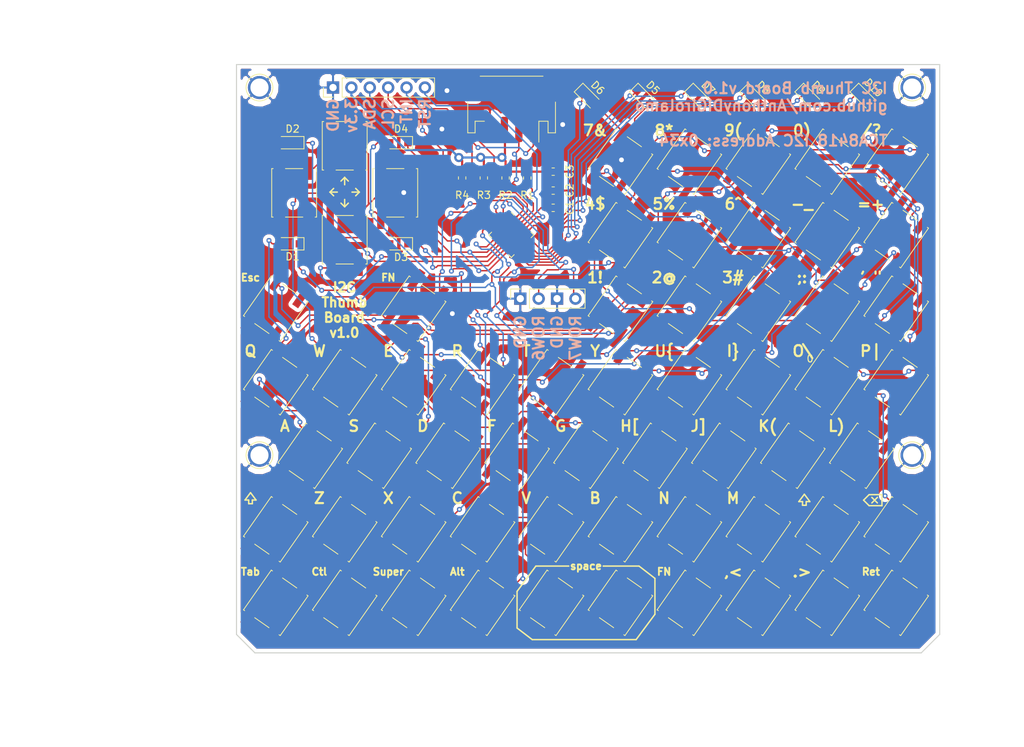
<source format=kicad_pcb>
(kicad_pcb (version 20171130) (host pcbnew 5.0.2-bee76a0~70~ubuntu16.04.1)
  (layers (0 F.Cu signal) (31 B.Cu signal) (34 B.Paste user) (35 F.Paste user) (36 B.SilkS user) (37 F.SilkS user) (38 B.Mask user) (39 F.Mask user) (44 Edge.Cuts user))
  (net 0 "")
  (net 1 ROW0)
  (net 2 "Net-(D1-Pad2)")
  (net 3 "Net-(D2-Pad2)")
  (net 4 "Net-(D3-Pad2)")
  (net 5 "Net-(D4-Pad2)")
  (net 6 "Net-(D5-Pad2)")
  (net 7 "Net-(D6-Pad2)")
  (net 8 "Net-(D7-Pad2)")
  (net 9 "Net-(D8-Pad2)")
  (net 10 "Net-(D9-Pad2)")
  (net 11 "Net-(D10-Pad2)")
  (net 12 ROW1)
  (net 13 ROW2)
  (net 14 ROW3)
  (net 15 ROW4)
  (net 16 COL0)
  (net 17 COL1)
  (net 18 COL2)
  (net 19 COL3)
  (net 20 COL4)
  (net 21 COL5)
  (net 22 COL6)
  (net 23 COL7)
  (net 24 COL8)
  (net 25 COL9)
  (net 26 GND)
  (net 27 ROW5)
  (net 28 SCL)
  (net 29 SDA)
  (net 30 +3V3)
  (net 31 RST)
  (net 32 INT)
  (net 33 ROW6)
  (net 34 ROW7)
  (module Button_Switch_SMD:SW_SPST_EVQQ2 (layer F.Cu) (at 171.795 97.23 55)
    (fp_text reference SW12 hide)
    (fp_text value SW_Push)
    (pad 1 smd rect (at 3.4 -2 55) (size 3.2 1) (layers F.Cu F.Paste F.Mask) (net 3 "Net-(D2-Pad2)"))
    (pad 1 smd rect (at -3.4 -2 55) (size 3.2 1) (layers F.Cu F.Paste F.Mask) (net 3 "Net-(D2-Pad2)"))
    (pad 2 smd rect (at -3.4 2 55) (size 3.2 1) (layers F.Cu F.Paste F.Mask) (net 12 ROW1))
    (pad 2 smd rect (at 3.4 2 55) (size 3.2 1) (layers F.Cu F.Paste F.Mask) (net 12 ROW1))
  )
  (module anthonydigirolamo:2.5MountingHole (layer F.Cu) (at 202.565 127.635)
    (fp_text reference J3 hide)
    (fp_text value Conn_01x01)
    (pad 1 thru_hole circle (at 0 0) (size 3.2 3.2) (drill 2.5) (layers *.Cu *.Mask) (net 26 GND))
  )
  (module anthonydigirolamo:2.5MountingHole (layer F.Cu) (at 112.395 76.835)
    (fp_text reference J4 hide)
    (fp_text value Conn_01x01)
    (pad 1 thru_hole circle (at 0 0) (size 3.2 3.2) (drill 2.5) (layers *.Cu *.Mask) (net 26 GND))
  )
  (module Button_Switch_SMD:SW_SPST_EVQQ2 (layer F.Cu) (at 117.185 91.388 90)
    (fp_text reference SW1 hide)
    (fp_text value SW_Push)
    (pad 2 smd rect (at 3.4 2 90) (size 3.2 1) (layers F.Cu F.Paste F.Mask) (net 1 ROW0))
    (pad 2 smd rect (at -3.4 2 90) (size 3.2 1) (layers F.Cu F.Paste F.Mask) (net 1 ROW0))
    (pad 1 smd rect (at -3.4 -2 90) (size 3.2 1) (layers F.Cu F.Paste F.Mask) (net 2 "Net-(D1-Pad2)"))
    (pad 1 smd rect (at 3.4 -2 90) (size 3.2 1) (layers F.Cu F.Paste F.Mask) (net 2 "Net-(D1-Pad2)"))
  )
  (module Button_Switch_SMD:SW_SPST_EVQQ2 (layer F.Cu) (at 124.17 84.888 90)
    (fp_text reference SW2 hide)
    (fp_text value SW_Push)
    (pad 1 smd rect (at 3.4 -2 90) (size 3.2 1) (layers F.Cu F.Paste F.Mask) (net 3 "Net-(D2-Pad2)"))
    (pad 1 smd rect (at -3.4 -2 90) (size 3.2 1) (layers F.Cu F.Paste F.Mask) (net 3 "Net-(D2-Pad2)"))
    (pad 2 smd rect (at -3.4 2 90) (size 3.2 1) (layers F.Cu F.Paste F.Mask) (net 1 ROW0))
    (pad 2 smd rect (at 3.4 2 90) (size 3.2 1) (layers F.Cu F.Paste F.Mask) (net 1 ROW0))
  )
  (module Button_Switch_SMD:SW_SPST_EVQQ2 (layer F.Cu) (at 124.17 97.865 90)
    (fp_text reference SW3 hide)
    (fp_text value SW_Push)
    (pad 2 smd rect (at 3.4 2 90) (size 3.2 1) (layers F.Cu F.Paste F.Mask) (net 1 ROW0))
    (pad 2 smd rect (at -3.4 2 90) (size 3.2 1) (layers F.Cu F.Paste F.Mask) (net 1 ROW0))
    (pad 1 smd rect (at -3.4 -2 90) (size 3.2 1) (layers F.Cu F.Paste F.Mask) (net 4 "Net-(D3-Pad2)"))
    (pad 1 smd rect (at 3.4 -2 90) (size 3.2 1) (layers F.Cu F.Paste F.Mask) (net 4 "Net-(D3-Pad2)"))
  )
  (module Button_Switch_SMD:SW_SPST_EVQQ2 (layer F.Cu) (at 131.155 91.388 90)
    (fp_text reference SW4 hide)
    (fp_text value SW_Push)
    (pad 1 smd rect (at 3.4 -2 90) (size 3.2 1) (layers F.Cu F.Paste F.Mask) (net 5 "Net-(D4-Pad2)"))
    (pad 1 smd rect (at -3.4 -2 90) (size 3.2 1) (layers F.Cu F.Paste F.Mask) (net 5 "Net-(D4-Pad2)"))
    (pad 2 smd rect (at -3.4 2 90) (size 3.2 1) (layers F.Cu F.Paste F.Mask) (net 1 ROW0))
    (pad 2 smd rect (at 3.4 2 90) (size 3.2 1) (layers F.Cu F.Paste F.Mask) (net 1 ROW0))
  )
  (module Button_Switch_SMD:SW_SPST_EVQQ2 (layer F.Cu) (at 162.27 97.23 55)
    (fp_text reference SW5 hide)
    (fp_text value SW_Push)
    (pad 2 smd rect (at 3.4 2 55) (size 3.2 1) (layers F.Cu F.Paste F.Mask) (net 1 ROW0))
    (pad 2 smd rect (at -3.4 2 55) (size 3.2 1) (layers F.Cu F.Paste F.Mask) (net 1 ROW0))
    (pad 1 smd rect (at -3.4 -2 55) (size 3.2 1) (layers F.Cu F.Paste F.Mask) (net 6 "Net-(D5-Pad2)"))
    (pad 1 smd rect (at 3.4 -2 55) (size 3.2 1) (layers F.Cu F.Paste F.Mask) (net 6 "Net-(D5-Pad2)"))
  )
  (module Button_Switch_SMD:SW_SPST_EVQQ2 (layer F.Cu) (at 162.27 87.07 55)
    (fp_text reference SW6 hide)
    (fp_text value SW_Push)
    (pad 1 smd rect (at 3.4 -2 55) (size 3.2 1) (layers F.Cu F.Paste F.Mask) (net 7 "Net-(D6-Pad2)"))
    (pad 1 smd rect (at -3.4 -2 55) (size 3.2 1) (layers F.Cu F.Paste F.Mask) (net 7 "Net-(D6-Pad2)"))
    (pad 2 smd rect (at -3.4 2 55) (size 3.2 1) (layers F.Cu F.Paste F.Mask) (net 1 ROW0))
    (pad 2 smd rect (at 3.4 2 55) (size 3.2 1) (layers F.Cu F.Paste F.Mask) (net 1 ROW0))
  )
  (module Button_Switch_SMD:SW_SPST_EVQQ2 (layer F.Cu) (at 171.795 87.07 55)
    (fp_text reference SW7 hide)
    (fp_text value SW_Push)
    (pad 2 smd rect (at 3.4 2 55) (size 3.2 1) (layers F.Cu F.Paste F.Mask) (net 1 ROW0))
    (pad 2 smd rect (at -3.4 2 55) (size 3.2 1) (layers F.Cu F.Paste F.Mask) (net 1 ROW0))
    (pad 1 smd rect (at -3.4 -2 55) (size 3.2 1) (layers F.Cu F.Paste F.Mask) (net 8 "Net-(D7-Pad2)"))
    (pad 1 smd rect (at 3.4 -2 55) (size 3.2 1) (layers F.Cu F.Paste F.Mask) (net 8 "Net-(D7-Pad2)"))
  )
  (module Button_Switch_SMD:SW_SPST_EVQQ2 (layer F.Cu) (at 181.32 87.07 55)
    (fp_text reference SW8 hide)
    (fp_text value SW_Push)
    (pad 1 smd rect (at 3.4 -2 55) (size 3.2 1) (layers F.Cu F.Paste F.Mask) (net 9 "Net-(D8-Pad2)"))
    (pad 1 smd rect (at -3.4 -2 55) (size 3.2 1) (layers F.Cu F.Paste F.Mask) (net 9 "Net-(D8-Pad2)"))
    (pad 2 smd rect (at -3.4 2 55) (size 3.2 1) (layers F.Cu F.Paste F.Mask) (net 1 ROW0))
    (pad 2 smd rect (at 3.4 2 55) (size 3.2 1) (layers F.Cu F.Paste F.Mask) (net 1 ROW0))
  )
  (module Button_Switch_SMD:SW_SPST_EVQQ2 (layer F.Cu) (at 190.845 87.07 55)
    (fp_text reference SW9 hide)
    (fp_text value SW_Push)
    (pad 2 smd rect (at 3.4 2 55) (size 3.2 1) (layers F.Cu F.Paste F.Mask) (net 1 ROW0))
    (pad 2 smd rect (at -3.4 2 55) (size 3.2 1) (layers F.Cu F.Paste F.Mask) (net 1 ROW0))
    (pad 1 smd rect (at -3.4 -2 55) (size 3.2 1) (layers F.Cu F.Paste F.Mask) (net 10 "Net-(D9-Pad2)"))
    (pad 1 smd rect (at 3.4 -2 55) (size 3.2 1) (layers F.Cu F.Paste F.Mask) (net 10 "Net-(D9-Pad2)"))
  )
  (module Button_Switch_SMD:SW_SPST_EVQQ2 (layer F.Cu) (at 200.37 87.07 55)
    (fp_text reference SW10 hide)
    (fp_text value SW_Push)
    (pad 1 smd rect (at 3.4 -2 55) (size 3.2 1) (layers F.Cu F.Paste F.Mask) (net 11 "Net-(D10-Pad2)"))
    (pad 1 smd rect (at -3.4 -2 55) (size 3.2 1) (layers F.Cu F.Paste F.Mask) (net 11 "Net-(D10-Pad2)"))
    (pad 2 smd rect (at -3.4 2 55) (size 3.2 1) (layers F.Cu F.Paste F.Mask) (net 1 ROW0))
    (pad 2 smd rect (at 3.4 2 55) (size 3.2 1) (layers F.Cu F.Paste F.Mask) (net 1 ROW0))
  )
  (module Button_Switch_SMD:SW_SPST_EVQQ2 (layer F.Cu) (at 162.27 107.39 55)
    (fp_text reference SW11 hide)
    (fp_text value SW_Push)
    (pad 2 smd rect (at 3.4 2 55) (size 3.2 1) (layers F.Cu F.Paste F.Mask) (net 12 ROW1))
    (pad 2 smd rect (at -3.4 2 55) (size 3.2 1) (layers F.Cu F.Paste F.Mask) (net 12 ROW1))
    (pad 1 smd rect (at -3.4 -2 55) (size 3.2 1) (layers F.Cu F.Paste F.Mask) (net 2 "Net-(D1-Pad2)"))
    (pad 1 smd rect (at 3.4 -2 55) (size 3.2 1) (layers F.Cu F.Paste F.Mask) (net 2 "Net-(D1-Pad2)"))
  )
  (module Button_Switch_SMD:SW_SPST_EVQQ2 (layer F.Cu) (at 171.795 107.39 55)
    (fp_text reference SW13 hide)
    (fp_text value SW_Push)
    (pad 2 smd rect (at 3.4 2 55) (size 3.2 1) (layers F.Cu F.Paste F.Mask) (net 12 ROW1))
    (pad 2 smd rect (at -3.4 2 55) (size 3.2 1) (layers F.Cu F.Paste F.Mask) (net 12 ROW1))
    (pad 1 smd rect (at -3.4 -2 55) (size 3.2 1) (layers F.Cu F.Paste F.Mask) (net 4 "Net-(D3-Pad2)"))
    (pad 1 smd rect (at 3.4 -2 55) (size 3.2 1) (layers F.Cu F.Paste F.Mask) (net 4 "Net-(D3-Pad2)"))
  )
  (module Button_Switch_SMD:SW_SPST_EVQQ2 (layer F.Cu) (at 181.32 97.23 55)
    (fp_text reference SW14 hide)
    (fp_text value SW_Push)
    (pad 1 smd rect (at 3.4 -2 55) (size 3.2 1) (layers F.Cu F.Paste F.Mask) (net 5 "Net-(D4-Pad2)"))
    (pad 1 smd rect (at -3.4 -2 55) (size 3.2 1) (layers F.Cu F.Paste F.Mask) (net 5 "Net-(D4-Pad2)"))
    (pad 2 smd rect (at -3.4 2 55) (size 3.2 1) (layers F.Cu F.Paste F.Mask) (net 12 ROW1))
    (pad 2 smd rect (at 3.4 2 55) (size 3.2 1) (layers F.Cu F.Paste F.Mask) (net 12 ROW1))
  )
  (module Button_Switch_SMD:SW_SPST_EVQQ2 (layer F.Cu) (at 181.32 107.39 55)
    (fp_text reference SW15 hide)
    (fp_text value SW_Push)
    (pad 2 smd rect (at 3.4 2 55) (size 3.2 1) (layers F.Cu F.Paste F.Mask) (net 12 ROW1))
    (pad 2 smd rect (at -3.4 2 55) (size 3.2 1) (layers F.Cu F.Paste F.Mask) (net 12 ROW1))
    (pad 1 smd rect (at -3.4 -2 55) (size 3.2 1) (layers F.Cu F.Paste F.Mask) (net 6 "Net-(D5-Pad2)"))
    (pad 1 smd rect (at 3.4 -2 55) (size 3.2 1) (layers F.Cu F.Paste F.Mask) (net 6 "Net-(D5-Pad2)"))
  )
  (module Button_Switch_SMD:SW_SPST_EVQQ2 (layer F.Cu) (at 190.845 97.23 55)
    (fp_text reference SW16 hide)
    (fp_text value SW_Push)
    (pad 1 smd rect (at 3.4 -2 55) (size 3.2 1) (layers F.Cu F.Paste F.Mask) (net 7 "Net-(D6-Pad2)"))
    (pad 1 smd rect (at -3.4 -2 55) (size 3.2 1) (layers F.Cu F.Paste F.Mask) (net 7 "Net-(D6-Pad2)"))
    (pad 2 smd rect (at -3.4 2 55) (size 3.2 1) (layers F.Cu F.Paste F.Mask) (net 12 ROW1))
    (pad 2 smd rect (at 3.4 2 55) (size 3.2 1) (layers F.Cu F.Paste F.Mask) (net 12 ROW1))
  )
  (module Button_Switch_SMD:SW_SPST_EVQQ2 (layer F.Cu) (at 190.845 107.39 55)
    (fp_text reference SW17 hide)
    (fp_text value SW_Push)
    (pad 2 smd rect (at 3.4 2 55) (size 3.2 1) (layers F.Cu F.Paste F.Mask) (net 12 ROW1))
    (pad 2 smd rect (at -3.4 2 55) (size 3.2 1) (layers F.Cu F.Paste F.Mask) (net 12 ROW1))
    (pad 1 smd rect (at -3.4 -2 55) (size 3.2 1) (layers F.Cu F.Paste F.Mask) (net 8 "Net-(D7-Pad2)"))
    (pad 1 smd rect (at 3.4 -2 55) (size 3.2 1) (layers F.Cu F.Paste F.Mask) (net 8 "Net-(D7-Pad2)"))
  )
  (module Button_Switch_SMD:SW_SPST_EVQQ2 (layer F.Cu) (at 200.37 97.23 55)
    (fp_text reference SW18 hide)
    (fp_text value SW_Push)
    (pad 1 smd rect (at 3.4 -2 55) (size 3.2 1) (layers F.Cu F.Paste F.Mask) (net 9 "Net-(D8-Pad2)"))
    (pad 1 smd rect (at -3.4 -2 55) (size 3.2 1) (layers F.Cu F.Paste F.Mask) (net 9 "Net-(D8-Pad2)"))
    (pad 2 smd rect (at -3.4 2 55) (size 3.2 1) (layers F.Cu F.Paste F.Mask) (net 12 ROW1))
    (pad 2 smd rect (at 3.4 2 55) (size 3.2 1) (layers F.Cu F.Paste F.Mask) (net 12 ROW1))
  )
  (module Button_Switch_SMD:SW_SPST_EVQQ2 (layer F.Cu) (at 200.37 107.39 55)
    (fp_text reference SW19 hide)
    (fp_text value SW_Push)
    (pad 2 smd rect (at 3.4 2 55) (size 3.2 1) (layers F.Cu F.Paste F.Mask) (net 12 ROW1))
    (pad 2 smd rect (at -3.4 2 55) (size 3.2 1) (layers F.Cu F.Paste F.Mask) (net 12 ROW1))
    (pad 1 smd rect (at -3.4 -2 55) (size 3.2 1) (layers F.Cu F.Paste F.Mask) (net 10 "Net-(D9-Pad2)"))
    (pad 1 smd rect (at 3.4 -2 55) (size 3.2 1) (layers F.Cu F.Paste F.Mask) (net 10 "Net-(D9-Pad2)"))
  )
  (module Button_Switch_SMD:SW_SPST_EVQQ2 (layer F.Cu) (at 114.645 107.39 55)
    (fp_text reference SW20 hide)
    (fp_text value SW_Push)
    (pad 1 smd rect (at 3.4 -2 55) (size 3.2 1) (layers F.Cu F.Paste F.Mask) (net 11 "Net-(D10-Pad2)"))
    (pad 1 smd rect (at -3.4 -2 55) (size 3.2 1) (layers F.Cu F.Paste F.Mask) (net 11 "Net-(D10-Pad2)"))
    (pad 2 smd rect (at -3.4 2 55) (size 3.2 1) (layers F.Cu F.Paste F.Mask) (net 12 ROW1))
    (pad 2 smd rect (at 3.4 2 55) (size 3.2 1) (layers F.Cu F.Paste F.Mask) (net 12 ROW1))
  )
  (module Button_Switch_SMD:SW_SPST_EVQQ2 (layer F.Cu) (at 114.645 117.55 55)
    (fp_text reference SW21 hide)
    (fp_text value SW_Push)
    (pad 2 smd rect (at 3.4 2 55) (size 3.2 1) (layers F.Cu F.Paste F.Mask) (net 13 ROW2))
    (pad 2 smd rect (at -3.4 2 55) (size 3.2 1) (layers F.Cu F.Paste F.Mask) (net 13 ROW2))
    (pad 1 smd rect (at -3.4 -2 55) (size 3.2 1) (layers F.Cu F.Paste F.Mask) (net 2 "Net-(D1-Pad2)"))
    (pad 1 smd rect (at 3.4 -2 55) (size 3.2 1) (layers F.Cu F.Paste F.Mask) (net 2 "Net-(D1-Pad2)"))
  )
  (module Button_Switch_SMD:SW_SPST_EVQQ2 (layer F.Cu) (at 124.17 117.55 55)
    (fp_text reference SW22 hide)
    (fp_text value SW_Push)
    (pad 2 smd rect (at 3.4 2 55) (size 3.2 1) (layers F.Cu F.Paste F.Mask) (net 13 ROW2))
    (pad 2 smd rect (at -3.4 2 55) (size 3.2 1) (layers F.Cu F.Paste F.Mask) (net 13 ROW2))
    (pad 1 smd rect (at -3.4 -2 55) (size 3.2 1) (layers F.Cu F.Paste F.Mask) (net 3 "Net-(D2-Pad2)"))
    (pad 1 smd rect (at 3.4 -2 55) (size 3.2 1) (layers F.Cu F.Paste F.Mask) (net 3 "Net-(D2-Pad2)"))
  )
  (module Button_Switch_SMD:SW_SPST_EVQQ2 (layer F.Cu) (at 133.695 117.55 55)
    (fp_text reference SW23 hide)
    (fp_text value SW_Push)
    (pad 1 smd rect (at 3.4 -2 55) (size 3.2 1) (layers F.Cu F.Paste F.Mask) (net 4 "Net-(D3-Pad2)"))
    (pad 1 smd rect (at -3.4 -2 55) (size 3.2 1) (layers F.Cu F.Paste F.Mask) (net 4 "Net-(D3-Pad2)"))
    (pad 2 smd rect (at -3.4 2 55) (size 3.2 1) (layers F.Cu F.Paste F.Mask) (net 13 ROW2))
    (pad 2 smd rect (at 3.4 2 55) (size 3.2 1) (layers F.Cu F.Paste F.Mask) (net 13 ROW2))
  )
  (module Button_Switch_SMD:SW_SPST_EVQQ2 (layer F.Cu) (at 143.22 117.55 55)
    (fp_text reference SW24 hide)
    (fp_text value SW_Push)
    (pad 2 smd rect (at 3.4 2 55) (size 3.2 1) (layers F.Cu F.Paste F.Mask) (net 13 ROW2))
    (pad 2 smd rect (at -3.4 2 55) (size 3.2 1) (layers F.Cu F.Paste F.Mask) (net 13 ROW2))
    (pad 1 smd rect (at -3.4 -2 55) (size 3.2 1) (layers F.Cu F.Paste F.Mask) (net 5 "Net-(D4-Pad2)"))
    (pad 1 smd rect (at 3.4 -2 55) (size 3.2 1) (layers F.Cu F.Paste F.Mask) (net 5 "Net-(D4-Pad2)"))
  )
  (module Button_Switch_SMD:SW_SPST_EVQQ2 (layer F.Cu) (at 152.745 117.55 55)
    (fp_text reference SW25 hide)
    (fp_text value SW_Push)
    (pad 1 smd rect (at 3.4 -2 55) (size 3.2 1) (layers F.Cu F.Paste F.Mask) (net 6 "Net-(D5-Pad2)"))
    (pad 1 smd rect (at -3.4 -2 55) (size 3.2 1) (layers F.Cu F.Paste F.Mask) (net 6 "Net-(D5-Pad2)"))
    (pad 2 smd rect (at -3.4 2 55) (size 3.2 1) (layers F.Cu F.Paste F.Mask) (net 13 ROW2))
    (pad 2 smd rect (at 3.4 2 55) (size 3.2 1) (layers F.Cu F.Paste F.Mask) (net 13 ROW2))
  )
  (module Button_Switch_SMD:SW_SPST_EVQQ2 (layer F.Cu) (at 162.27 117.55 55)
    (fp_text reference SW26 hide)
    (fp_text value SW_Push)
    (pad 2 smd rect (at 3.4 2 55) (size 3.2 1) (layers F.Cu F.Paste F.Mask) (net 13 ROW2))
    (pad 2 smd rect (at -3.4 2 55) (size 3.2 1) (layers F.Cu F.Paste F.Mask) (net 13 ROW2))
    (pad 1 smd rect (at -3.4 -2 55) (size 3.2 1) (layers F.Cu F.Paste F.Mask) (net 7 "Net-(D6-Pad2)"))
    (pad 1 smd rect (at 3.4 -2 55) (size 3.2 1) (layers F.Cu F.Paste F.Mask) (net 7 "Net-(D6-Pad2)"))
  )
  (module Button_Switch_SMD:SW_SPST_EVQQ2 (layer F.Cu) (at 171.795 117.55 55)
    (fp_text reference SW27 hide)
    (fp_text value SW_Push)
    (pad 1 smd rect (at 3.4 -2 55) (size 3.2 1) (layers F.Cu F.Paste F.Mask) (net 8 "Net-(D7-Pad2)"))
    (pad 1 smd rect (at -3.4 -2 55) (size 3.2 1) (layers F.Cu F.Paste F.Mask) (net 8 "Net-(D7-Pad2)"))
    (pad 2 smd rect (at -3.4 2 55) (size 3.2 1) (layers F.Cu F.Paste F.Mask) (net 13 ROW2))
    (pad 2 smd rect (at 3.4 2 55) (size 3.2 1) (layers F.Cu F.Paste F.Mask) (net 13 ROW2))
  )
  (module Button_Switch_SMD:SW_SPST_EVQQ2 (layer F.Cu) (at 181.32 117.55 55)
    (fp_text reference SW28 hide)
    (fp_text value SW_Push)
    (pad 2 smd rect (at 3.4 2 55) (size 3.2 1) (layers F.Cu F.Paste F.Mask) (net 13 ROW2))
    (pad 2 smd rect (at -3.4 2 55) (size 3.2 1) (layers F.Cu F.Paste F.Mask) (net 13 ROW2))
    (pad 1 smd rect (at -3.4 -2 55) (size 3.2 1) (layers F.Cu F.Paste F.Mask) (net 9 "Net-(D8-Pad2)"))
    (pad 1 smd rect (at 3.4 -2 55) (size 3.2 1) (layers F.Cu F.Paste F.Mask) (net 9 "Net-(D8-Pad2)"))
  )
  (module Button_Switch_SMD:SW_SPST_EVQQ2 (layer F.Cu) (at 190.845 117.55 55)
    (fp_text reference SW29 hide)
    (fp_text value SW_Push)
    (pad 1 smd rect (at 3.4 -2 55) (size 3.2 1) (layers F.Cu F.Paste F.Mask) (net 10 "Net-(D9-Pad2)"))
    (pad 1 smd rect (at -3.4 -2 55) (size 3.2 1) (layers F.Cu F.Paste F.Mask) (net 10 "Net-(D9-Pad2)"))
    (pad 2 smd rect (at -3.4 2 55) (size 3.2 1) (layers F.Cu F.Paste F.Mask) (net 13 ROW2))
    (pad 2 smd rect (at 3.4 2 55) (size 3.2 1) (layers F.Cu F.Paste F.Mask) (net 13 ROW2))
  )
  (module Button_Switch_SMD:SW_SPST_EVQQ2 (layer F.Cu) (at 200.37 117.55 55)
    (fp_text reference SW30 hide)
    (fp_text value SW_Push)
    (pad 2 smd rect (at 3.4 2 55) (size 3.2 1) (layers F.Cu F.Paste F.Mask) (net 13 ROW2))
    (pad 2 smd rect (at -3.4 2 55) (size 3.2 1) (layers F.Cu F.Paste F.Mask) (net 13 ROW2))
    (pad 1 smd rect (at -3.4 -2 55) (size 3.2 1) (layers F.Cu F.Paste F.Mask) (net 11 "Net-(D10-Pad2)"))
    (pad 1 smd rect (at 3.4 -2 55) (size 3.2 1) (layers F.Cu F.Paste F.Mask) (net 11 "Net-(D10-Pad2)"))
  )
  (module Button_Switch_SMD:SW_SPST_EVQQ2 (layer F.Cu) (at 119.4075 127.71 55)
    (fp_text reference SW31 hide)
    (fp_text value SW_Push)
    (pad 1 smd rect (at 3.4 -2 55) (size 3.2 1) (layers F.Cu F.Paste F.Mask) (net 2 "Net-(D1-Pad2)"))
    (pad 1 smd rect (at -3.4 -2 55) (size 3.2 1) (layers F.Cu F.Paste F.Mask) (net 2 "Net-(D1-Pad2)"))
    (pad 2 smd rect (at -3.4 2 55) (size 3.2 1) (layers F.Cu F.Paste F.Mask) (net 14 ROW3))
    (pad 2 smd rect (at 3.4 2 55) (size 3.2 1) (layers F.Cu F.Paste F.Mask) (net 14 ROW3))
  )
  (module Button_Switch_SMD:SW_SPST_EVQQ2 (layer F.Cu) (at 128.9325 127.71 55)
    (fp_text reference SW32 hide)
    (fp_text value SW_Push)
    (pad 2 smd rect (at 3.4 2 55) (size 3.2 1) (layers F.Cu F.Paste F.Mask) (net 14 ROW3))
    (pad 2 smd rect (at -3.4 2 55) (size 3.2 1) (layers F.Cu F.Paste F.Mask) (net 14 ROW3))
    (pad 1 smd rect (at -3.4 -2 55) (size 3.2 1) (layers F.Cu F.Paste F.Mask) (net 3 "Net-(D2-Pad2)"))
    (pad 1 smd rect (at 3.4 -2 55) (size 3.2 1) (layers F.Cu F.Paste F.Mask) (net 3 "Net-(D2-Pad2)"))
  )
  (module Button_Switch_SMD:SW_SPST_EVQQ2 (layer F.Cu) (at 138.4575 127.71 55)
    (fp_text reference SW33 hide)
    (fp_text value SW_Push)
    (pad 1 smd rect (at 3.4 -2 55) (size 3.2 1) (layers F.Cu F.Paste F.Mask) (net 4 "Net-(D3-Pad2)"))
    (pad 1 smd rect (at -3.4 -2 55) (size 3.2 1) (layers F.Cu F.Paste F.Mask) (net 4 "Net-(D3-Pad2)"))
    (pad 2 smd rect (at -3.4 2 55) (size 3.2 1) (layers F.Cu F.Paste F.Mask) (net 14 ROW3))
    (pad 2 smd rect (at 3.4 2 55) (size 3.2 1) (layers F.Cu F.Paste F.Mask) (net 14 ROW3))
  )
  (module Button_Switch_SMD:SW_SPST_EVQQ2 (layer F.Cu) (at 147.9825 127.71 55)
    (fp_text reference SW34 hide)
    (fp_text value SW_Push)
    (pad 2 smd rect (at 3.4 2 55) (size 3.2 1) (layers F.Cu F.Paste F.Mask) (net 14 ROW3))
    (pad 2 smd rect (at -3.4 2 55) (size 3.2 1) (layers F.Cu F.Paste F.Mask) (net 14 ROW3))
    (pad 1 smd rect (at -3.4 -2 55) (size 3.2 1) (layers F.Cu F.Paste F.Mask) (net 5 "Net-(D4-Pad2)"))
    (pad 1 smd rect (at 3.4 -2 55) (size 3.2 1) (layers F.Cu F.Paste F.Mask) (net 5 "Net-(D4-Pad2)"))
  )
  (module Button_Switch_SMD:SW_SPST_EVQQ2 (layer F.Cu) (at 157.5075 127.71 55)
    (fp_text reference SW35 hide)
    (fp_text value SW_Push)
    (pad 1 smd rect (at 3.4 -2 55) (size 3.2 1) (layers F.Cu F.Paste F.Mask) (net 6 "Net-(D5-Pad2)"))
    (pad 1 smd rect (at -3.4 -2 55) (size 3.2 1) (layers F.Cu F.Paste F.Mask) (net 6 "Net-(D5-Pad2)"))
    (pad 2 smd rect (at -3.4 2 55) (size 3.2 1) (layers F.Cu F.Paste F.Mask) (net 14 ROW3))
    (pad 2 smd rect (at 3.4 2 55) (size 3.2 1) (layers F.Cu F.Paste F.Mask) (net 14 ROW3))
  )
  (module Button_Switch_SMD:SW_SPST_EVQQ2 (layer F.Cu) (at 167.0325 127.71 55)
    (fp_text reference SW36 hide)
    (fp_text value SW_Push)
    (pad 2 smd rect (at 3.4 2 55) (size 3.2 1) (layers F.Cu F.Paste F.Mask) (net 14 ROW3))
    (pad 2 smd rect (at -3.4 2 55) (size 3.2 1) (layers F.Cu F.Paste F.Mask) (net 14 ROW3))
    (pad 1 smd rect (at -3.4 -2 55) (size 3.2 1) (layers F.Cu F.Paste F.Mask) (net 7 "Net-(D6-Pad2)"))
    (pad 1 smd rect (at 3.4 -2 55) (size 3.2 1) (layers F.Cu F.Paste F.Mask) (net 7 "Net-(D6-Pad2)"))
  )
  (module Button_Switch_SMD:SW_SPST_EVQQ2 (layer F.Cu) (at 176.5575 127.71 55)
    (fp_text reference SW37 hide)
    (fp_text value SW_Push)
    (pad 1 smd rect (at 3.4 -2 55) (size 3.2 1) (layers F.Cu F.Paste F.Mask) (net 8 "Net-(D7-Pad2)"))
    (pad 1 smd rect (at -3.4 -2 55) (size 3.2 1) (layers F.Cu F.Paste F.Mask) (net 8 "Net-(D7-Pad2)"))
    (pad 2 smd rect (at -3.4 2 55) (size 3.2 1) (layers F.Cu F.Paste F.Mask) (net 14 ROW3))
    (pad 2 smd rect (at 3.4 2 55) (size 3.2 1) (layers F.Cu F.Paste F.Mask) (net 14 ROW3))
  )
  (module Button_Switch_SMD:SW_SPST_EVQQ2 (layer F.Cu) (at 186.0825 127.71 55)
    (fp_text reference SW38 hide)
    (fp_text value SW_Push)
    (pad 2 smd rect (at 3.4 2 55) (size 3.2 1) (layers F.Cu F.Paste F.Mask) (net 14 ROW3))
    (pad 2 smd rect (at -3.4 2 55) (size 3.2 1) (layers F.Cu F.Paste F.Mask) (net 14 ROW3))
    (pad 1 smd rect (at -3.4 -2 55) (size 3.2 1) (layers F.Cu F.Paste F.Mask) (net 9 "Net-(D8-Pad2)"))
    (pad 1 smd rect (at 3.4 -2 55) (size 3.2 1) (layers F.Cu F.Paste F.Mask) (net 9 "Net-(D8-Pad2)"))
  )
  (module Button_Switch_SMD:SW_SPST_EVQQ2 (layer F.Cu) (at 195.6075 127.71 55)
    (fp_text reference SW39 hide)
    (fp_text value SW_Push)
    (pad 1 smd rect (at 3.4 -2 55) (size 3.2 1) (layers F.Cu F.Paste F.Mask) (net 10 "Net-(D9-Pad2)"))
    (pad 1 smd rect (at -3.4 -2 55) (size 3.2 1) (layers F.Cu F.Paste F.Mask) (net 10 "Net-(D9-Pad2)"))
    (pad 2 smd rect (at -3.4 2 55) (size 3.2 1) (layers F.Cu F.Paste F.Mask) (net 14 ROW3))
    (pad 2 smd rect (at 3.4 2 55) (size 3.2 1) (layers F.Cu F.Paste F.Mask) (net 14 ROW3))
  )
  (module Button_Switch_SMD:SW_SPST_EVQQ2 (layer F.Cu) (at 133.695 107.39 55)
    (fp_text reference SW40 hide)
    (fp_text value SW_Push)
    (pad 1 smd rect (at 3.4 -2 55) (size 3.2 1) (layers F.Cu F.Paste F.Mask) (net 11 "Net-(D10-Pad2)"))
    (pad 1 smd rect (at -3.4 -2 55) (size 3.2 1) (layers F.Cu F.Paste F.Mask) (net 11 "Net-(D10-Pad2)"))
    (pad 2 smd rect (at -3.4 2 55) (size 3.2 1) (layers F.Cu F.Paste F.Mask) (net 14 ROW3))
    (pad 2 smd rect (at 3.4 2 55) (size 3.2 1) (layers F.Cu F.Paste F.Mask) (net 14 ROW3))
  )
  (module Button_Switch_SMD:SW_SPST_EVQQ2 (layer F.Cu) (at 114.645 137.87 55)
    (fp_text reference SW41 hide)
    (fp_text value SW_Push)
    (pad 1 smd rect (at 3.4 -2.000001 55) (size 3.2 1) (layers F.Cu F.Paste F.Mask) (net 2 "Net-(D1-Pad2)"))
    (pad 1 smd rect (at -3.400001 -2.000001 55) (size 3.2 1) (layers F.Cu F.Paste F.Mask) (net 2 "Net-(D1-Pad2)"))
    (pad 2 smd rect (at -3.4 2.000001 55) (size 3.2 1) (layers F.Cu F.Paste F.Mask) (net 15 ROW4))
    (pad 2 smd rect (at 3.400001 2.000001 55) (size 3.2 1) (layers F.Cu F.Paste F.Mask) (net 15 ROW4))
  )
  (module Button_Switch_SMD:SW_SPST_EVQQ2 (layer F.Cu) (at 124.17 137.87 55)
    (fp_text reference SW42 hide)
    (fp_text value SW_Push)
    (pad 1 smd rect (at 3.4 -2 55) (size 3.2 1) (layers F.Cu F.Paste F.Mask) (net 3 "Net-(D2-Pad2)"))
    (pad 1 smd rect (at -3.4 -2 55) (size 3.2 1) (layers F.Cu F.Paste F.Mask) (net 3 "Net-(D2-Pad2)"))
    (pad 2 smd rect (at -3.4 2 55) (size 3.2 1) (layers F.Cu F.Paste F.Mask) (net 15 ROW4))
    (pad 2 smd rect (at 3.4 2 55) (size 3.2 1) (layers F.Cu F.Paste F.Mask) (net 15 ROW4))
  )
  (module Button_Switch_SMD:SW_SPST_EVQQ2 (layer F.Cu) (at 133.695 137.87 55)
    (fp_text reference SW43 hide)
    (fp_text value SW_Push)
    (pad 1 smd rect (at 3.4 -2 55) (size 3.2 1) (layers F.Cu F.Paste F.Mask) (net 4 "Net-(D3-Pad2)"))
    (pad 1 smd rect (at -3.4 -2 55) (size 3.2 1) (layers F.Cu F.Paste F.Mask) (net 4 "Net-(D3-Pad2)"))
    (pad 2 smd rect (at -3.4 2 55) (size 3.2 1) (layers F.Cu F.Paste F.Mask) (net 15 ROW4))
    (pad 2 smd rect (at 3.4 2 55) (size 3.2 1) (layers F.Cu F.Paste F.Mask) (net 15 ROW4))
  )
  (module Button_Switch_SMD:SW_SPST_EVQQ2 (layer F.Cu) (at 143.22 137.87 55)
    (fp_text reference SW44 hide)
    (fp_text value SW_Push)
    (pad 2 smd rect (at 3.4 2 55) (size 3.2 1) (layers F.Cu F.Paste F.Mask) (net 15 ROW4))
    (pad 2 smd rect (at -3.4 2 55) (size 3.2 1) (layers F.Cu F.Paste F.Mask) (net 15 ROW4))
    (pad 1 smd rect (at -3.4 -2 55) (size 3.2 1) (layers F.Cu F.Paste F.Mask) (net 5 "Net-(D4-Pad2)"))
    (pad 1 smd rect (at 3.4 -2 55) (size 3.2 1) (layers F.Cu F.Paste F.Mask) (net 5 "Net-(D4-Pad2)"))
  )
  (module Button_Switch_SMD:SW_SPST_EVQQ2 (layer F.Cu) (at 152.745 137.87 55)
    (fp_text reference SW45 hide)
    (fp_text value SW_Push)
    (pad 1 smd rect (at 3.4 -2 55) (size 3.2 1) (layers F.Cu F.Paste F.Mask) (net 6 "Net-(D5-Pad2)"))
    (pad 1 smd rect (at -3.4 -2 55) (size 3.2 1) (layers F.Cu F.Paste F.Mask) (net 6 "Net-(D5-Pad2)"))
    (pad 2 smd rect (at -3.4 2 55) (size 3.2 1) (layers F.Cu F.Paste F.Mask) (net 15 ROW4))
    (pad 2 smd rect (at 3.4 2 55) (size 3.2 1) (layers F.Cu F.Paste F.Mask) (net 15 ROW4))
  )
  (module Button_Switch_SMD:SW_SPST_EVQQ2 (layer F.Cu) (at 162.27 137.87 55)
    (fp_text reference SW46 hide)
    (fp_text value SW_Push)
    (pad 2 smd rect (at 3.4 2 55) (size 3.2 1) (layers F.Cu F.Paste F.Mask) (net 15 ROW4))
    (pad 2 smd rect (at -3.4 2 55) (size 3.2 1) (layers F.Cu F.Paste F.Mask) (net 15 ROW4))
    (pad 1 smd rect (at -3.4 -2 55) (size 3.2 1) (layers F.Cu F.Paste F.Mask) (net 7 "Net-(D6-Pad2)"))
    (pad 1 smd rect (at 3.4 -2 55) (size 3.2 1) (layers F.Cu F.Paste F.Mask) (net 7 "Net-(D6-Pad2)"))
  )
  (module Button_Switch_SMD:SW_SPST_EVQQ2 (layer F.Cu) (at 171.795 137.87 55)
    (fp_text reference SW47 hide)
    (fp_text value SW_Push)
    (pad 1 smd rect (at 3.4 -2 55) (size 3.2 1) (layers F.Cu F.Paste F.Mask) (net 8 "Net-(D7-Pad2)"))
    (pad 1 smd rect (at -3.4 -2 55) (size 3.2 1) (layers F.Cu F.Paste F.Mask) (net 8 "Net-(D7-Pad2)"))
    (pad 2 smd rect (at -3.4 2 55) (size 3.2 1) (layers F.Cu F.Paste F.Mask) (net 15 ROW4))
    (pad 2 smd rect (at 3.4 2 55) (size 3.2 1) (layers F.Cu F.Paste F.Mask) (net 15 ROW4))
  )
  (module Button_Switch_SMD:SW_SPST_EVQQ2 (layer F.Cu) (at 181.32 137.87 55)
    (fp_text reference SW48 hide)
    (fp_text value SW_Push)
    (pad 2 smd rect (at 3.4 2 55) (size 3.2 1) (layers F.Cu F.Paste F.Mask) (net 15 ROW4))
    (pad 2 smd rect (at -3.4 2 55) (size 3.2 1) (layers F.Cu F.Paste F.Mask) (net 15 ROW4))
    (pad 1 smd rect (at -3.4 -2 55) (size 3.2 1) (layers F.Cu F.Paste F.Mask) (net 9 "Net-(D8-Pad2)"))
    (pad 1 smd rect (at 3.4 -2 55) (size 3.2 1) (layers F.Cu F.Paste F.Mask) (net 9 "Net-(D8-Pad2)"))
  )
  (module Button_Switch_SMD:SW_SPST_EVQQ2 (layer F.Cu) (at 190.845 137.87 55)
    (fp_text reference SW49 hide)
    (fp_text value SW_Push)
    (pad 1 smd rect (at 3.4 -2 55) (size 3.2 1) (layers F.Cu F.Paste F.Mask) (net 10 "Net-(D9-Pad2)"))
    (pad 1 smd rect (at -3.4 -2 55) (size 3.2 1) (layers F.Cu F.Paste F.Mask) (net 10 "Net-(D9-Pad2)"))
    (pad 2 smd rect (at -3.4 2 55) (size 3.2 1) (layers F.Cu F.Paste F.Mask) (net 15 ROW4))
    (pad 2 smd rect (at 3.4 2 55) (size 3.2 1) (layers F.Cu F.Paste F.Mask) (net 15 ROW4))
  )
  (module Button_Switch_SMD:SW_SPST_EVQQ2 (layer F.Cu) (at 200.37 137.87 55)
    (fp_text reference SW50 hide)
    (fp_text value SW_Push)
    (pad 2 smd rect (at 3.4 2 55) (size 3.2 1) (layers F.Cu F.Paste F.Mask) (net 15 ROW4))
    (pad 2 smd rect (at -3.4 2 55) (size 3.2 1) (layers F.Cu F.Paste F.Mask) (net 15 ROW4))
    (pad 1 smd rect (at -3.4 -2 55) (size 3.2 1) (layers F.Cu F.Paste F.Mask) (net 11 "Net-(D10-Pad2)"))
    (pad 1 smd rect (at 3.4 -2 55) (size 3.2 1) (layers F.Cu F.Paste F.Mask) (net 11 "Net-(D10-Pad2)"))
  )
  (module Button_Switch_SMD:SW_SPST_EVQQ2 (layer F.Cu) (at 114.645 148.03 55)
    (fp_text reference SW51 hide)
    (fp_text value SW_Push)
    (pad 2 smd rect (at 3.4 2 55) (size 3.2 1) (layers F.Cu F.Paste F.Mask) (net 27 ROW5))
    (pad 2 smd rect (at -3.4 2 55) (size 3.2 1) (layers F.Cu F.Paste F.Mask) (net 27 ROW5))
    (pad 1 smd rect (at -3.4 -2 55) (size 3.2 1) (layers F.Cu F.Paste F.Mask) (net 2 "Net-(D1-Pad2)"))
    (pad 1 smd rect (at 3.4 -2 55) (size 3.2 1) (layers F.Cu F.Paste F.Mask) (net 2 "Net-(D1-Pad2)"))
  )
  (module Button_Switch_SMD:SW_SPST_EVQQ2 (layer F.Cu) (at 124.17 148.03 55)
    (fp_text reference SW52 hide)
    (fp_text value SW_Push)
    (pad 1 smd rect (at 3.4 -2 55) (size 3.2 1) (layers F.Cu F.Paste F.Mask) (net 3 "Net-(D2-Pad2)"))
    (pad 1 smd rect (at -3.4 -2 55) (size 3.2 1) (layers F.Cu F.Paste F.Mask) (net 3 "Net-(D2-Pad2)"))
    (pad 2 smd rect (at -3.4 2 55) (size 3.2 1) (layers F.Cu F.Paste F.Mask) (net 27 ROW5))
    (pad 2 smd rect (at 3.4 2 55) (size 3.2 1) (layers F.Cu F.Paste F.Mask) (net 27 ROW5))
  )
  (module Button_Switch_SMD:SW_SPST_EVQQ2 (layer F.Cu) (at 133.695 148.03 55)
    (fp_text reference SW53 hide)
    (fp_text value SW_Push)
    (pad 2 smd rect (at 3.4 2 55) (size 3.2 1) (layers F.Cu F.Paste F.Mask) (net 27 ROW5))
    (pad 2 smd rect (at -3.4 2 55) (size 3.2 1) (layers F.Cu F.Paste F.Mask) (net 27 ROW5))
    (pad 1 smd rect (at -3.4 -2 55) (size 3.2 1) (layers F.Cu F.Paste F.Mask) (net 4 "Net-(D3-Pad2)"))
    (pad 1 smd rect (at 3.4 -2 55) (size 3.2 1) (layers F.Cu F.Paste F.Mask) (net 4 "Net-(D3-Pad2)"))
  )
  (module Button_Switch_SMD:SW_SPST_EVQQ2 (layer F.Cu) (at 143.22 148.03 55)
    (fp_text reference SW54 hide)
    (fp_text value SW_Push)
    (pad 1 smd rect (at 3.4 -2 55) (size 3.2 1) (layers F.Cu F.Paste F.Mask) (net 5 "Net-(D4-Pad2)"))
    (pad 1 smd rect (at -3.4 -2 55) (size 3.2 1) (layers F.Cu F.Paste F.Mask) (net 5 "Net-(D4-Pad2)"))
    (pad 2 smd rect (at -3.4 2 55) (size 3.2 1) (layers F.Cu F.Paste F.Mask) (net 27 ROW5))
    (pad 2 smd rect (at 3.4 2 55) (size 3.2 1) (layers F.Cu F.Paste F.Mask) (net 27 ROW5))
  )
  (module Button_Switch_SMD:SW_SPST_EVQQ2 (layer F.Cu) (at 152.745 148.03 55)
    (fp_text reference SW55 hide)
    (fp_text value SW_Push)
    (pad 2 smd rect (at 3.4 2 55) (size 3.2 1) (layers F.Cu F.Paste F.Mask) (net 27 ROW5))
    (pad 2 smd rect (at -3.4 2 55) (size 3.2 1) (layers F.Cu F.Paste F.Mask) (net 27 ROW5))
    (pad 1 smd rect (at -3.4 -2 55) (size 3.2 1) (layers F.Cu F.Paste F.Mask) (net 6 "Net-(D5-Pad2)"))
    (pad 1 smd rect (at 3.4 -2 55) (size 3.2 1) (layers F.Cu F.Paste F.Mask) (net 6 "Net-(D5-Pad2)"))
  )
  (module Button_Switch_SMD:SW_SPST_EVQQ2 (layer F.Cu) (at 162.27 148.03 55)
    (fp_text reference SW56 hide)
    (fp_text value SW_Push)
    (pad 1 smd rect (at 3.4 -2 55) (size 3.2 1) (layers F.Cu F.Paste F.Mask) (net 7 "Net-(D6-Pad2)"))
    (pad 1 smd rect (at -3.4 -2 55) (size 3.2 1) (layers F.Cu F.Paste F.Mask) (net 7 "Net-(D6-Pad2)"))
    (pad 2 smd rect (at -3.4 2 55) (size 3.2 1) (layers F.Cu F.Paste F.Mask) (net 27 ROW5))
    (pad 2 smd rect (at 3.4 2 55) (size 3.2 1) (layers F.Cu F.Paste F.Mask) (net 27 ROW5))
  )
  (module Button_Switch_SMD:SW_SPST_EVQQ2 (layer F.Cu) (at 171.795 148.03 55)
    (fp_text reference SW57 hide)
    (fp_text value SW_Push)
    (pad 2 smd rect (at 3.4 2 55) (size 3.2 1) (layers F.Cu F.Paste F.Mask) (net 27 ROW5))
    (pad 2 smd rect (at -3.4 2 55) (size 3.2 1) (layers F.Cu F.Paste F.Mask) (net 27 ROW5))
    (pad 1 smd rect (at -3.4 -2 55) (size 3.2 1) (layers F.Cu F.Paste F.Mask) (net 8 "Net-(D7-Pad2)"))
    (pad 1 smd rect (at 3.4 -2 55) (size 3.2 1) (layers F.Cu F.Paste F.Mask) (net 8 "Net-(D7-Pad2)"))
  )
  (module Button_Switch_SMD:SW_SPST_EVQQ2 (layer F.Cu) (at 181.32 148.03 55)
    (fp_text reference SW58 hide)
    (fp_text value SW_Push)
    (pad 1 smd rect (at 3.4 -2 55) (size 3.2 1) (layers F.Cu F.Paste F.Mask) (net 9 "Net-(D8-Pad2)"))
    (pad 1 smd rect (at -3.4 -2 55) (size 3.2 1) (layers F.Cu F.Paste F.Mask) (net 9 "Net-(D8-Pad2)"))
    (pad 2 smd rect (at -3.4 2 55) (size 3.2 1) (layers F.Cu F.Paste F.Mask) (net 27 ROW5))
    (pad 2 smd rect (at 3.4 2 55) (size 3.2 1) (layers F.Cu F.Paste F.Mask) (net 27 ROW5))
  )
  (module Button_Switch_SMD:SW_SPST_EVQQ2 (layer F.Cu) (at 190.845 148.03 55)
    (fp_text reference SW59 hide)
    (fp_text value SW_Push)
    (pad 2 smd rect (at 3.4 2 55) (size 3.2 1) (layers F.Cu F.Paste F.Mask) (net 27 ROW5))
    (pad 2 smd rect (at -3.4 2 55) (size 3.2 1) (layers F.Cu F.Paste F.Mask) (net 27 ROW5))
    (pad 1 smd rect (at -3.4 -2 55) (size 3.2 1) (layers F.Cu F.Paste F.Mask) (net 10 "Net-(D9-Pad2)"))
    (pad 1 smd rect (at 3.4 -2 55) (size 3.2 1) (layers F.Cu F.Paste F.Mask) (net 10 "Net-(D9-Pad2)"))
  )
  (module Button_Switch_SMD:SW_SPST_EVQQ2 (layer F.Cu) (at 200.37 148.03 55)
    (fp_text reference SW60 hide)
    (fp_text value SW_Push)
    (pad 1 smd rect (at 3.4 -2 55) (size 3.2 1) (layers F.Cu F.Paste F.Mask) (net 11 "Net-(D10-Pad2)"))
    (pad 1 smd rect (at -3.4 -2 55) (size 3.2 1) (layers F.Cu F.Paste F.Mask) (net 11 "Net-(D10-Pad2)"))
    (pad 2 smd rect (at -3.4 2 55) (size 3.2 1) (layers F.Cu F.Paste F.Mask) (net 27 ROW5))
    (pad 2 smd rect (at 3.4 2 55) (size 3.2 1) (layers F.Cu F.Paste F.Mask) (net 27 ROW5))
  )
  (module Capacitor_SMD:C_0603_1608Metric_Pad1.05x0.95mm_HandSolder (layer F.Cu) (at 152.975 93.455)
    (fp_text reference C1 (at 2.3 0 -270) (layer F.SilkS))
    (fp_text value 0.1uF)
    (pad 2 smd roundrect (at 0.875 0) (size 1.05 0.95) (layers F.Cu F.Paste F.Mask) (net 26 GND))
    (pad 1 smd roundrect (at -0.875 0) (size 1.05 0.95) (layers F.Cu F.Paste F.Mask) (net 30 +3V3))
  )
  (module Capacitor_SMD:C_0603_1608Metric_Pad1.05x0.95mm_HandSolder (layer F.Cu) (at 152.975 91.07)
    (fp_text reference C2 (at 2.3 0 -270) (layer F.SilkS))
    (fp_text value 0.1uF)
    (pad 1 smd roundrect (at -0.875 0) (size 1.05 0.95) (layers F.Cu F.Paste F.Mask) (net 30 +3V3))
    (pad 2 smd roundrect (at 0.875 0) (size 1.05 0.95) (layers F.Cu F.Paste F.Mask) (net 26 GND))
  )
  (module Capacitor_SMD:C_0603_1608Metric_Pad1.05x0.95mm_HandSolder (layer F.Cu) (at 152.975 88.455)
    (fp_text reference C3 (at 2.3 0 -270) (layer F.SilkS))
    (fp_text value 10uF)
    (pad 1 smd roundrect (at -0.875 0) (size 1.05 0.95) (layers F.Cu F.Paste F.Mask) (net 30 +3V3))
    (pad 2 smd roundrect (at 0.875 0) (size 1.05 0.95) (layers F.Cu F.Paste F.Mask) (net 26 GND))
  )
  (module Resistor_SMD:R_0603_1608Metric_Pad1.05x0.95mm_HandSolder (layer F.Cu) (at 149.395 89.33 270)
    (fp_text reference R1 (at 2.375 0) (layer F.SilkS))
    (fp_text value 10k)
    (pad 1 smd roundrect (at -0.875 0 270) (size 1.05 0.95) (layers F.Cu F.Paste F.Mask) (net 30 +3V3))
    (pad 2 smd roundrect (at 0.875 0 270) (size 1.05 0.95) (layers F.Cu F.Paste F.Mask) (net 31 RST))
  )
  (module Resistor_SMD:R_0603_1608Metric_Pad1.05x0.95mm_HandSolder (layer F.Cu) (at 146.395 89.33 270)
    (fp_text reference R2 (at 2.375 0) (layer F.SilkS))
    (fp_text value 4.7k)
    (pad 2 smd roundrect (at 0.875 0 270) (size 1.05 0.95) (layers F.Cu F.Paste F.Mask) (net 29 SDA))
    (pad 1 smd roundrect (at -0.875 0 270) (size 1.05 0.95) (layers F.Cu F.Paste F.Mask) (net 30 +3V3))
  )
  (module Resistor_SMD:R_0603_1608Metric_Pad1.05x0.95mm_HandSolder (layer F.Cu) (at 143.395 89.33 270)
    (fp_text reference R3 (at 2.375 0) (layer F.SilkS))
    (fp_text value 4.7k)
    (pad 1 smd roundrect (at -0.875 0 270) (size 1.05 0.95) (layers F.Cu F.Paste F.Mask) (net 30 +3V3))
    (pad 2 smd roundrect (at 0.875 0 270) (size 1.05 0.95) (layers F.Cu F.Paste F.Mask) (net 28 SCL))
  )
  (module Resistor_SMD:R_0603_1608Metric_Pad1.05x0.95mm_HandSolder (layer F.Cu) (at 140.395 89.33 270)
    (fp_text reference R4 (at 2.375 0 180) (layer F.SilkS))
    (fp_text value 10k)
    (pad 2 smd roundrect (at 0.875 0 270) (size 1.05 0.95) (layers F.Cu F.Paste F.Mask) (net 32 INT))
    (pad 1 smd roundrect (at -0.875 0 270) (size 1.05 0.95) (layers F.Cu F.Paste F.Mask) (net 30 +3V3))
  )
  (module anthonydigirolamo:2.5MountingHole (layer F.Cu) (at 202.565 76.835)
    (fp_text reference J1 hide)
    (fp_text value Conn_01x01)
    (pad 1 thru_hole circle (at 0 0) (size 3.2 3.2) (drill 2.5) (layers *.Cu *.Mask) (net 26 GND))
  )
  (module anthonydigirolamo:2.5MountingHole (layer F.Cu) (at 112.395 127.635)
    (fp_text reference J2 hide)
    (fp_text value Conn_01x01)
    (pad 1 thru_hole circle (at 0 0) (size 3.2 3.2) (drill 2.5) (layers *.Cu *.Mask) (net 26 GND))
  )
  (module Diode_SMD:D_SOD-323_HandSoldering (layer F.Cu) (at 116.645 98.425 180)
    (fp_text reference D1 (at -0.322 -1.778 180) (layer F.SilkS))
    (fp_text value D_Zener_Small)
    (pad 1 smd rect (at -1.25 0 180) (size 1 1) (layers F.Cu F.Paste F.Mask) (net 16 COL0))
    (pad 2 smd rect (at 1.25 0 180) (size 1 1) (layers F.Cu F.Paste F.Mask) (net 2 "Net-(D1-Pad2)"))
  )
  (module Diode_SMD:D_SOD-323_HandSoldering (layer F.Cu) (at 116.645 84.455 180)
    (fp_text reference D2 (at -0.322 1.905 180) (layer F.SilkS))
    (fp_text value D_Zener_Small)
    (pad 2 smd rect (at 1.25 0 180) (size 1 1) (layers F.Cu F.Paste F.Mask) (net 3 "Net-(D2-Pad2)"))
    (pad 1 smd rect (at -1.25 0 180) (size 1 1) (layers F.Cu F.Paste F.Mask) (net 17 COL1))
  )
  (module Diode_SMD:D_SOD-323_HandSoldering (layer F.Cu) (at 131.645 98.425 180)
    (fp_text reference D3 (at -0.308 -1.85 180) (layer F.SilkS))
    (fp_text value D_Zener_Small)
    (pad 1 smd rect (at -1.25 0 180) (size 1 1) (layers F.Cu F.Paste F.Mask) (net 18 COL2))
    (pad 2 smd rect (at 1.25 0 180) (size 1 1) (layers F.Cu F.Paste F.Mask) (net 4 "Net-(D3-Pad2)"))
  )
  (module Diode_SMD:D_SOD-323_HandSoldering (layer F.Cu) (at 131.645 84.455 180)
    (fp_text reference D4 (at -0.308 1.905 180) (layer F.SilkS))
    (fp_text value D_Zener_Small)
    (pad 2 smd rect (at 1.25 0 180) (size 1 1) (layers F.Cu F.Paste F.Mask) (net 5 "Net-(D4-Pad2)"))
    (pad 1 smd rect (at -1.25 0 180) (size 1 1) (layers F.Cu F.Paste F.Mask) (net 19 COL3))
  )
  (module Diode_SMD:D_SOD-323_HandSoldering (layer F.Cu) (at 165.445 78.18 315)
    (fp_text reference D5 (at 0 -1.85 315) (layer F.SilkS))
    (fp_text value D_Zener_Small)
    (pad 1 smd rect (at -1.249999 0 315) (size 1 1) (layers F.Cu F.Paste F.Mask) (net 20 COL4))
    (pad 2 smd rect (at 1.249999 0 315) (size 1 1) (layers F.Cu F.Paste F.Mask) (net 6 "Net-(D5-Pad2)"))
  )
  (module Diode_SMD:D_SOD-323_HandSoldering (layer F.Cu) (at 157.825 78.18 315)
    (fp_text reference D6 (at 0 -1.85 315) (layer F.SilkS))
    (fp_text value D_Zener_Small)
    (pad 2 smd rect (at 1.249999 0 315) (size 1 1) (layers F.Cu F.Paste F.Mask) (net 7 "Net-(D6-Pad2)"))
    (pad 1 smd rect (at -1.249999 0 315) (size 1 1) (layers F.Cu F.Paste F.Mask) (net 21 COL5))
  )
  (module Diode_SMD:D_SOD-323_HandSoldering (layer F.Cu) (at 173.065 78.18 315)
    (fp_text reference D7 (at 0 -1.85 315) (layer F.SilkS))
    (fp_text value D_Zener_Small)
    (pad 1 smd rect (at -1.249999 0 315) (size 1 1) (layers F.Cu F.Paste F.Mask) (net 22 COL6))
    (pad 2 smd rect (at 1.249999 0 315) (size 1 1) (layers F.Cu F.Paste F.Mask) (net 8 "Net-(D7-Pad2)"))
  )
  (module Diode_SMD:D_SOD-323_HandSoldering (layer F.Cu) (at 180.685 78.18 315)
    (fp_text reference D8 (at 0 -1.85 315) (layer F.SilkS))
    (fp_text value D_Zener_Small)
    (pad 2 smd rect (at 1.249999 0 315) (size 1 1) (layers F.Cu F.Paste F.Mask) (net 9 "Net-(D8-Pad2)"))
    (pad 1 smd rect (at -1.249999 0 315) (size 1 1) (layers F.Cu F.Paste F.Mask) (net 23 COL7))
  )
  (module Diode_SMD:D_SOD-323_HandSoldering (layer F.Cu) (at 188.305 78.18 315)
    (fp_text reference D9 (at 0 -1.85 315) (layer F.SilkS))
    (fp_text value D_Zener_Small)
    (pad 1 smd rect (at -1.249999 0 315) (size 1 1) (layers F.Cu F.Paste F.Mask) (net 24 COL8))
    (pad 2 smd rect (at 1.249999 0 315) (size 1 1) (layers F.Cu F.Paste F.Mask) (net 10 "Net-(D9-Pad2)"))
  )
  (module Diode_SMD:D_SOD-323_HandSoldering (layer F.Cu) (at 195.925 78.18 315)
    (fp_text reference D10 (at 0 -1.85 315) (layer F.SilkS))
    (fp_text value D_Zener_Small)
    (pad 2 smd rect (at 1.249999 0 315) (size 1 1) (layers F.Cu F.Paste F.Mask) (net 11 "Net-(D10-Pad2)"))
    (pad 1 smd rect (at -1.249999 0 315) (size 1 1) (layers F.Cu F.Paste F.Mask) (net 25 COL9))
  )
  (module Package_DFN_QFN:WQFN-24-1EP_4x4mm_P0.5mm_EP2.7x2.7mm (layer F.Cu) (at 147.193 97.203 315)
    (fp_text reference U2 hide)
    (fp_text value TCA8418)
    (pad 25 smd rect (at 0 0 315) (size 2.7 2.7) (layers F.Cu F.Mask))
    (pad 24 smd custom (at -1.25 -1.69 135) (size 0.28 0.28) (layers F.Cu F.Paste F.Mask) (net 32 INT) (options (clearance outline) (anchor circle)) (primitives (gr_poly (pts (xy -0.14 0) (xy 0.14 0) (xy 0.14 0.71) (xy -0.14 0.71)) (width 0))))
    (pad 23 smd custom (at -0.750001 -1.69 135) (size 0.28 0.28) (layers F.Cu F.Paste F.Mask) (net 28 SCL) (options (clearance outline) (anchor circle)) (primitives (gr_poly (pts (xy -0.14 0) (xy 0.14 0) (xy 0.14 0.71) (xy -0.14 0.71)) (width 0))))
    (pad 22 smd custom (at -0.25 -1.69 135) (size 0.28 0.28) (layers F.Cu F.Paste F.Mask) (net 29 SDA) (options (clearance outline) (anchor circle)) (primitives (gr_poly (pts (xy -0.14 0) (xy 0.14 0) (xy 0.14 0.71) (xy -0.14 0.71)) (width 0))))
    (pad 21 smd custom (at 0.25 -1.69 135) (size 0.28 0.28) (layers F.Cu F.Paste F.Mask) (net 30 +3V3) (options (clearance outline) (anchor circle)) (primitives (gr_poly (pts (xy -0.14 0) (xy 0.14 0) (xy 0.14 0.71) (xy -0.14 0.71)) (width 0))))
    (pad 20 smd custom (at 0.750001 -1.69 135) (size 0.28 0.28) (layers F.Cu F.Paste F.Mask) (net 31 RST) (options (clearance outline) (anchor circle)) (primitives (gr_poly (pts (xy -0.14 0) (xy 0.14 0) (xy 0.14 0.71) (xy -0.14 0.71)) (width 0))))
    (pad 19 smd custom (at 1.25 -1.69 135) (size 0.28 0.28) (layers F.Cu F.Paste F.Mask) (net 26 GND) (options (clearance outline) (anchor circle)) (primitives (gr_poly (pts (xy -0.14 0) (xy 0.14 0) (xy 0.14 0.71) (xy -0.14 0.71)) (width 0))))
    (pad 18 smd custom (at 1.69 -1.25 45) (size 0.28 0.28) (layers F.Cu F.Paste F.Mask) (net 25 COL9) (options (clearance outline) (anchor circle)) (primitives (gr_poly (pts (xy -0.14 0) (xy 0.14 0) (xy 0.14 0.71) (xy -0.14 0.71)) (width 0))))
    (pad 17 smd custom (at 1.69 -0.750001 45) (size 0.28 0.28) (layers F.Cu F.Paste F.Mask) (net 24 COL8) (options (clearance outline) (anchor circle)) (primitives (gr_poly (pts (xy -0.14 0) (xy 0.14 0) (xy 0.14 0.71) (xy -0.14 0.71)) (width 0))))
    (pad 16 smd custom (at 1.69 -0.25 45) (size 0.28 0.28) (layers F.Cu F.Paste F.Mask) (net 23 COL7) (options (clearance outline) (anchor circle)) (primitives (gr_poly (pts (xy -0.14 0) (xy 0.14 0) (xy 0.14 0.71) (xy -0.14 0.71)) (width 0))))
    (pad 15 smd custom (at 1.69 0.25 45) (size 0.28 0.28) (layers F.Cu F.Paste F.Mask) (net 22 COL6) (options (clearance outline) (anchor circle)) (primitives (gr_poly (pts (xy -0.14 0) (xy 0.14 0) (xy 0.14 0.71) (xy -0.14 0.71)) (width 0))))
    (pad 14 smd custom (at 1.69 0.750001 45) (size 0.28 0.28) (layers F.Cu F.Paste F.Mask) (net 21 COL5) (options (clearance outline) (anchor circle)) (primitives (gr_poly (pts (xy -0.14 0) (xy 0.14 0) (xy 0.14 0.71) (xy -0.14 0.71)) (width 0))))
    (pad 13 smd custom (at 1.69 1.25 45) (size 0.28 0.28) (layers F.Cu F.Paste F.Mask) (net 20 COL4) (options (clearance outline) (anchor circle)) (primitives (gr_poly (pts (xy -0.14 0) (xy 0.14 0) (xy 0.14 0.71) (xy -0.14 0.71)) (width 0))))
    (pad 12 smd custom (at 1.25 1.69 315) (size 0.28 0.28) (layers F.Cu F.Paste F.Mask) (net 19 COL3) (options (clearance outline) (anchor circle)) (primitives (gr_poly (pts (xy -0.14 0) (xy 0.14 0) (xy 0.14 0.71) (xy -0.14 0.71)) (width 0))))
    (pad 11 smd custom (at 0.750001 1.69 315) (size 0.28 0.28) (layers F.Cu F.Paste F.Mask) (net 18 COL2) (options (clearance outline) (anchor circle)) (primitives (gr_poly (pts (xy -0.14 0) (xy 0.14 0) (xy 0.14 0.71) (xy -0.14 0.71)) (width 0))))
    (pad 10 smd custom (at 0.25 1.69 315) (size 0.28 0.28) (layers F.Cu F.Paste F.Mask) (net 17 COL1) (options (clearance outline) (anchor circle)) (primitives (gr_poly (pts (xy -0.14 0) (xy 0.14 0) (xy 0.14 0.71) (xy -0.14 0.71)) (width 0))))
    (pad 9 smd custom (at -0.25 1.69 315) (size 0.28 0.28) (layers F.Cu F.Paste F.Mask) (net 16 COL0) (options (clearance outline) (anchor circle)) (primitives (gr_poly (pts (xy -0.14 0) (xy 0.14 0) (xy 0.14 0.71) (xy -0.14 0.71)) (width 0))))
    (pad 8 smd custom (at -0.750001 1.69 315) (size 0.28 0.28) (layers F.Cu F.Paste F.Mask) (net 1 ROW0) (options (clearance outline) (anchor circle)) (primitives (gr_poly (pts (xy -0.14 0) (xy 0.14 0) (xy 0.14 0.71) (xy -0.14 0.71)) (width 0))))
    (pad 7 smd custom (at -1.25 1.69 315) (size 0.28 0.28) (layers F.Cu F.Paste F.Mask) (net 12 ROW1) (options (clearance outline) (anchor circle)) (primitives (gr_poly (pts (xy -0.14 0) (xy 0.14 0) (xy 0.14 0.71) (xy -0.14 0.71)) (width 0))))
    (pad 6 smd custom (at -1.69 1.25 225) (size 0.28 0.28) (layers F.Cu F.Paste F.Mask) (net 13 ROW2) (options (clearance outline) (anchor circle)) (primitives (gr_poly (pts (xy -0.14 0) (xy 0.14 0) (xy 0.14 0.71) (xy -0.14 0.71)) (width 0))))
    (pad 5 smd custom (at -1.69 0.750001 225) (size 0.28 0.28) (layers F.Cu F.Paste F.Mask) (net 14 ROW3) (options (clearance outline) (anchor circle)) (primitives (gr_poly (pts (xy -0.14 0) (xy 0.14 0) (xy 0.14 0.71) (xy -0.14 0.71)) (width 0))))
    (pad 4 smd custom (at -1.69 0.25 225) (size 0.28 0.28) (layers F.Cu F.Paste F.Mask) (net 15 ROW4) (options (clearance outline) (anchor circle)) (primitives (gr_poly (pts (xy -0.14 0) (xy 0.14 0) (xy 0.14 0.71) (xy -0.14 0.71)) (width 0))))
    (pad 3 smd custom (at -1.69 -0.25 225) (size 0.28 0.28) (layers F.Cu F.Paste F.Mask) (net 27 ROW5) (options (clearance outline) (anchor circle)) (primitives (gr_poly (pts (xy -0.14 0) (xy 0.14 0) (xy 0.14 0.71) (xy -0.14 0.71)) (width 0))))
    (pad 2 smd custom (at -1.69 -0.750001 225) (size 0.28 0.28) (layers F.Cu F.Paste F.Mask) (net 33 ROW6) (options (clearance outline) (anchor circle)) (primitives (gr_poly (pts (xy -0.14 0) (xy 0.14 0) (xy 0.14 0.71) (xy -0.14 0.71)) (width 0))))
    (pad 1 smd custom (at -1.69 -1.25 225) (size 0.28 0.28) (layers F.Cu F.Paste F.Mask) (net 34 ROW7) (options (clearance outline) (anchor circle)) (primitives (gr_poly (pts (xy -0.14 0) (xy 0.14 0) (xy 0.14 0.71) (xy -0.14 0.71)) (width 0))))
  )
  (module Connector_PinHeader_2.54mm:PinHeader_1x06_P2.54mm_Vertical (layer F.Cu) (at 122.555 76.835 90)
    (fp_text reference J5 hide)
    (fp_text value Conn_01x06_Male)
    (pad 1 thru_hole rect (at 0 0 90) (size 1.7 1.7) (drill 1) (layers *.Cu *.Mask) (net 26 GND))
    (pad 2 thru_hole oval (at 0 2.54 90) (size 1.7 1.7) (drill 1) (layers *.Cu *.Mask) (net 30 +3V3))
    (pad 3 thru_hole oval (at 0 5.08 90) (size 1.7 1.7) (drill 1) (layers *.Cu *.Mask) (net 29 SDA))
    (pad 4 thru_hole oval (at 0 7.62 90) (size 1.7 1.7) (drill 1) (layers *.Cu *.Mask) (net 28 SCL))
    (pad 5 thru_hole oval (at 0 10.16 90) (size 1.7 1.7) (drill 1) (layers *.Cu *.Mask) (net 32 INT))
    (pad 6 thru_hole oval (at 0 12.7 90) (size 1.7 1.7) (drill 1) (layers *.Cu *.Mask) (net 31 RST))
  )
  (module Connector_PinSocket_2.54mm:PinSocket_1x04_P2.54mm_Vertical (layer F.Cu) (at 148.43 106 90)
    (fp_text reference J6 hide)
    (fp_text value Conn_01x04_Male)
    (pad 1 thru_hole rect (at 0 0 90) (size 1.7 1.7) (drill 1) (layers *.Cu *.Mask) (net 26 GND))
    (pad 2 thru_hole oval (at 0 2.54 90) (size 1.7 1.7) (drill 1) (layers *.Cu *.Mask) (net 33 ROW6))
    (pad 3 thru_hole rect (at 0 5.08 90) (size 1.7 1.7) (drill 1) (layers *.Cu *.Mask) (net 26 GND))
    (pad 4 thru_hole oval (at 0 7.62 90) (size 1.7 1.7) (drill 1) (layers *.Cu *.Mask) (net 34 ROW7))
  )
  (module Connector_JST:JST_PH_S4B-PH-SM4-TB_1x04-1MP_P2.00mm_Horizontal (layer F.Cu) (at 147.23 79.78 180)
    (fp_text reference J7 hide)
    (fp_text value Conn_01x04_Male)
    (pad 1 smd roundrect (at -3 -2.85 180) (size 1 3.5) (layers F.Cu F.Paste F.Mask) (net 28 SCL))
    (pad 2 smd roundrect (at -1 -2.85 180) (size 1 3.5) (layers F.Cu F.Paste F.Mask) (net 29 SDA))
    (pad 3 smd roundrect (at 1 -2.85 180) (size 1 3.5) (layers F.Cu F.Paste F.Mask) (net 30 +3V3))
    (pad 4 smd roundrect (at 3 -2.85 180) (size 1 3.5) (layers F.Cu F.Paste F.Mask) (net 26 GND))
    (pad MP smd roundrect (at -5.35 2.9 180) (size 1.5 3.4) (layers F.Cu F.Paste F.Mask) (roundrect_rratio 0.166667))
    (pad MP smd roundrect (at 5.35 2.9 180) (size 1.5 3.4) (layers F.Cu F.Paste F.Mask) (roundrect_rratio 0.166667))
  )
  (gr_text ROW7 (at 156.05 108.14 90) (layer B.SilkS) (effects (font (size 1.5 1.5) (thickness 0.3)) (justify left mirror)))
  (gr_text ROW6 (at 150.97 108.14 90) (layer B.SilkS) (effects (font (size 1.5 1.5) (thickness 0.3)) (justify left mirror)))
  (gr_text GND (at 148.43 108.14 90) (layer B.SilkS) (effects (font (size 1.5 1.5) (thickness 0.3)) (justify left mirror)))
  (gr_text GND (at 153.51 108.14 90) (layer B.SilkS) (effects (font (size 1.5 1.5) (thickness 0.3)) (justify left mirror)))
  (gr_text GND (at 122.555 78.18 90) (layer B.SilkS) (effects (font (size 1.5 1.5) (thickness 0.3)) (justify left mirror)))
  (gr_text 3.3v (at 125.095 78.18 90) (layer B.SilkS) (effects (font (size 1.5 1.5) (thickness 0.3)) (justify left mirror)))
  (gr_text RST (at 135.255 78.18 90) (layer B.SilkS) (effects (font (size 1.5 1.5) (thickness 0.3)) (justify left mirror)))
  (gr_text INT (at 132.715 78.18 90) (layer B.SilkS) (effects (font (size 1.5 1.5) (thickness 0.3)) (justify left mirror)))
  (gr_text SDA (at 127.635 78.18 90) (layer B.SilkS) (effects (font (size 1.5 1.5) (thickness 0.3)) (justify left mirror)))
  (gr_text SCL (at 130.175 78.18 90) (layer B.SilkS) (effects (font (size 1.5 1.5) (thickness 0.3)) (justify left mirror)))
  (gr_line (start 147.9825 151.51) (end 150.0825 153.11) (layer F.SilkS) (width 0.2))
  (gr_line (start 164.8325 142.95) (end 167.0325 144.65) (layer F.SilkS) (width 0.2))
  (gr_line (start 150.5825 142.95) (end 147.9825 146.45) (layer F.SilkS) (width 0.2))
  (gr_line (start 167.0325 144.65) (end 167.0325 149.61) (layer F.SilkS) (width 0.2))
  (gr_line (start 167.0325 149.61) (end 164.4325 153.11) (layer F.SilkS) (width 0.2))
  (gr_text "I2C\nThumb\nBoard\nv1.0" (at 124.125 107.57) (layer F.SilkS) (effects (font (size 1.3 1.3) (thickness 0.3))))
  (gr_line (start 109.22 73.66) (end 206.375 73.66) (layer Edge.Cuts) (width 0.15))
  (gr_text "I2C Thumb Board v1.0 \ngithub.com/AnthonyDiGirolamo\n\nTCA8418 I2C Address: 0x34" (at 199.345 80.555) (layer B.SilkS) (effects (font (size 1.5 1.5) (thickness 0.3)) (justify left mirror)))
  (gr_line (start 159.88875 142.95) (end 164.8325 142.95) (layer F.SilkS) (width 0.2))
  (gr_line (start 155.12625 142.95) (end 150.5825 142.95) (layer F.SilkS) (width 0.2))
  (gr_line (start 147.9825 151.51) (end 147.9825 146.45) (layer F.SilkS) (width 0.2))
  (gr_line (start 164.4325 153.11) (end 150.0825 153.11) (layer F.SilkS) (width 0.2))
  (gr_text FN (at 130.195 103.09) (layer F.SilkS) (effects (font (size 1 1) (thickness 0.25))))
  (gr_text Esc (at 111.145 103.09) (layer F.SilkS) (effects (font (size 1 1) (thickness 0.25))))
  (gr_text "' \"" (at 196.87 103.09) (layer F.SilkS) (effects (font (size 1.5 1.5) (thickness 0.3))))
  (gr_text /? (at 196.87 82.77) (layer F.SilkS) (effects (font (size 1.5 1.5) (thickness 0.3))))
  (gr_text -_ (at 187.345 92.93) (layer F.SilkS) (effects (font (size 1.5 1.5) (thickness 0.3))))
  (gr_text =+ (at 196.87 92.93) (layer F.SilkS) (effects (font (size 1.5 1.5) (thickness 0.3))))
  (gr_text "0)" (at 187.345 82.77) (layer F.SilkS) (effects (font (size 1.5 1.5) (thickness 0.3))))
  (gr_text ;: (at 187.345 103.09) (layer F.SilkS) (effects (font (size 1.5 1.5) (thickness 0.3))))
  (gr_text "9(" (at 177.82 82.77) (layer F.SilkS) (effects (font (size 1.5 1.5) (thickness 0.3))))
  (gr_text 8* (at 168.295 82.77) (layer F.SilkS) (effects (font (size 1.5 1.5) (thickness 0.3))))
  (gr_text 7& (at 158.77 82.77) (layer F.SilkS) (effects (font (size 1.5 1.5) (thickness 0.3))))
  (gr_text 4$ (at 158.77 92.93) (layer F.SilkS) (effects (font (size 1.5 1.5) (thickness 0.3))))
  (gr_text 5% (at 168.295 92.93) (layer F.SilkS) (effects (font (size 1.5 1.5) (thickness 0.3))))
  (gr_text 6^ (at 177.82 92.93) (layer F.SilkS) (effects (font (size 1.5 1.5) (thickness 0.3))))
  (gr_text 3# (at 177.82 103.09) (layer F.SilkS) (effects (font (size 1.5 1.5) (thickness 0.3))))
  (gr_text 2@ (at 168.295 103.09) (layer F.SilkS) (effects (font (size 1.5 1.5) (thickness 0.3))))
  (gr_text 1! (at 158.77 103.09) (layer F.SilkS) (effects (font (size 1.5 1.5) (thickness 0.3))))
  (gr_text space (at 157.5075 142.95) (layer F.SilkS) (effects (font (size 1 1) (thickness 0.25))))
  (gr_text ,< (at 177.82 143.73) (layer F.SilkS) (effects (font (size 1.5 1.5) (thickness 0.3))))
  (gr_text FN (at 168.295 143.73) (layer F.SilkS) (effects (font (size 1 1) (thickness 0.25))))
  (gr_line (start 187.4216 134.0414) (end 186.9136 134.0414) (layer F.SilkS) (width 0.2))
  (gr_line (start 187.4216 134.5494) (end 187.4216 134.0414) (layer F.SilkS) (width 0.2))
  (gr_line (start 187.9296 134.0414) (end 187.9296 134.5494) (layer F.SilkS) (width 0.2))
  (gr_line (start 187.9296 134.5494) (end 187.4216 134.5494) (layer F.SilkS) (width 0.2))
  (gr_line (start 186.9136 134.0414) (end 187.6756 133.0254) (layer F.SilkS) (width 0.2))
  (gr_line (start 187.6756 133.0254) (end 188.4376 134.0414) (layer F.SilkS) (width 0.2))
  (gr_line (start 188.4376 134.0414) (end 187.9296 134.0414) (layer F.SilkS) (width 0.2))
  (gr_text Ret (at 196.87 143.73) (layer F.SilkS) (effects (font (size 1 1) (thickness 0.25))))
  (gr_line (start 196.62 134.605) (end 198.398 134.605) (layer F.SilkS) (width 0.2))
  (gr_line (start 198.398 134.605) (end 198.398 133.081) (layer F.SilkS) (width 0.2))
  (gr_line (start 195.858 133.843) (end 196.62 134.605) (layer F.SilkS) (width 0.2))
  (gr_line (start 196.62 133.081) (end 195.858 133.843) (layer F.SilkS) (width 0.2))
  (gr_line (start 198.398 133.081) (end 196.62 133.081) (layer F.SilkS) (width 0.2))
  (gr_line (start 197.001 134.224) (end 197.763 133.462) (layer F.SilkS) (width 0.2))
  (gr_line (start 197.001 133.462) (end 197.763 134.224) (layer F.SilkS) (width 0.2))
  (gr_text Alt (at 139.72 143.73) (layer F.SilkS) (effects (font (size 1 1) (thickness 0.25))))
  (gr_text Super (at 130.195 143.73) (layer F.SilkS) (effects (font (size 1 1) (thickness 0.25))))
  (gr_text Ctl (at 120.67 143.73) (layer F.SilkS) (effects (font (size 1 1) (thickness 0.25))))
  (gr_text Tab (at 111.145 143.73) (layer F.SilkS) (effects (font (size 1 1) (thickness 0.25))))
  (gr_text 0 (at 188.468 114.3) (layer F.SilkS) (effects (font (size 1 1))))
  (gr_line (start 111.4111 134.3324) (end 110.9031 134.3324) (layer F.SilkS) (width 0.2))
  (gr_line (start 111.4111 133.8244) (end 111.4111 134.3324) (layer F.SilkS) (width 0.2))
  (gr_line (start 111.9191 133.8244) (end 111.4111 133.8244) (layer F.SilkS) (width 0.2))
  (gr_line (start 111.1571 132.8084) (end 111.9191 133.8244) (layer F.SilkS) (width 0.2))
  (gr_line (start 110.3951 133.8244) (end 111.1571 132.8084) (layer F.SilkS) (width 0.2))
  (gr_line (start 110.9031 133.8244) (end 110.3951 133.8244) (layer F.SilkS) (width 0.2))
  (gr_line (start 110.9031 134.3324) (end 110.9031 133.8244) (layer F.SilkS) (width 0.2))
  (gr_text .> (at 187.345 143.73) (layer F.SilkS) (effects (font (size 1.5 1.5) (thickness 0.3))))
  (gr_text M (at 177.82 133.57) (layer F.SilkS) (effects (font (size 1.5 1.5) (thickness 0.3))))
  (gr_text N (at 168.295 133.57) (layer F.SilkS) (effects (font (size 1.5 1.5) (thickness 0.3))))
  (gr_text B (at 158.77 133.57) (layer F.SilkS) (effects (font (size 1.5 1.5) (thickness 0.3))))
  (gr_text V (at 149.245 133.57) (layer F.SilkS) (effects (font (size 1.5 1.5) (thickness 0.3))))
  (gr_text C (at 139.72 133.57) (layer F.SilkS) (effects (font (size 1.5 1.5) (thickness 0.3))))
  (gr_text X (at 130.195 133.57) (layer F.SilkS) (effects (font (size 1.5 1.5) (thickness 0.3))))
  (gr_text Z (at 120.67 133.57) (layer F.SilkS) (effects (font (size 1.5 1.5) (thickness 0.3))))
  (gr_text P| (at 196.87 113.25) (layer F.SilkS) (effects (font (size 1.5 1.5) (thickness 0.3))))
  (gr_text O\ (at 187.345 113.25) (layer F.SilkS) (effects (font (size 1.5 1.5) (thickness 0.3))))
  (gr_text I} (at 177.82 113.25) (layer F.SilkS) (effects (font (size 1.5 1.5) (thickness 0.3))))
  (gr_text U{ (at 168.295 113.25) (layer F.SilkS) (effects (font (size 1.5 1.5) (thickness 0.3))))
  (gr_text Y (at 158.77 113.25) (layer F.SilkS) (effects (font (size 1.5 1.5) (thickness 0.3))))
  (gr_text T (at 149.245 113.25) (layer F.SilkS) (effects (font (size 1.5 1.5) (thickness 0.3))))
  (gr_text R (at 139.72 113.25) (layer F.SilkS) (effects (font (size 1.5 1.5) (thickness 0.3))))
  (gr_text E (at 130.195 113.25) (layer F.SilkS) (effects (font (size 1.5 1.5) (thickness 0.3))))
  (gr_text W (at 120.67 113.25) (layer F.SilkS) (effects (font (size 1.5 1.5) (thickness 0.3))))
  (gr_text Q (at 111.145 113.25) (layer F.SilkS) (effects (font (size 1.5 1.5) (thickness 0.3))))
  (gr_text "L)" (at 192.1075 123.61) (layer F.SilkS) (effects (font (size 1.5 1.5) (thickness 0.3))))
  (gr_text "K(" (at 182.5825 123.61) (layer F.SilkS) (effects (font (size 1.5 1.5) (thickness 0.3))))
  (gr_text J] (at 173.0575 123.61) (layer F.SilkS) (effects (font (size 1.5 1.5) (thickness 0.3))))
  (gr_text H[ (at 163.5325 123.61) (layer F.SilkS) (effects (font (size 1.5 1.5) (thickness 0.3))))
  (gr_text G (at 154.0075 123.61) (layer F.SilkS) (effects (font (size 1.5 1.5) (thickness 0.3))))
  (gr_text F (at 144.4825 123.61) (layer F.SilkS) (effects (font (size 1.5 1.5) (thickness 0.3))))
  (gr_text D (at 134.9575 123.61) (layer F.SilkS) (effects (font (size 1.5 1.5) (thickness 0.3))))
  (gr_text S (at 125.4325 123.61) (layer F.SilkS) (effects (font (size 1.5 1.5) (thickness 0.3))))
  (gr_text A (at 115.9075 123.61) (layer F.SilkS) (effects (font (size 1.5 1.5) (thickness 0.3))))
  (gr_line (start 203.835 154.94) (end 206.375 152.4) (layer Edge.Cuts) (width 0.15))
  (gr_line (start 111.76 154.94) (end 109.22 152.4) (layer Edge.Cuts) (width 0.15))
  (gr_line (start 124.16282 93.31452) (end 123.65482 92.80652) (layer F.SilkS) (width 0.2))
  (gr_line (start 124.16282 93.31452) (end 124.67082 92.80652) (layer F.SilkS) (width 0.2))
  (gr_line (start 124.16282 92.29852) (end 124.16282 93.31452) (layer F.SilkS) (width 0.2))
  (gr_line (start 126.19482 91.28252) (end 125.68682 90.77452) (layer F.SilkS) (width 0.2))
  (gr_line (start 126.19482 91.28252) (end 125.68682 91.79052) (layer F.SilkS) (width 0.2))
  (gr_line (start 125.17882 91.28252) (end 126.19482 91.28252) (layer F.SilkS) (width 0.2))
  (gr_line (start 124.16282 89.25052) (end 124.67082 89.75852) (layer F.SilkS) (width 0.2))
  (gr_line (start 124.16282 89.25052) (end 123.65482 89.75852) (layer F.SilkS) (width 0.2))
  (gr_line (start 124.16282 90.26652) (end 124.16282 89.25052) (layer F.SilkS) (width 0.2))
  (gr_line (start 122.13082 91.28252) (end 122.63882 90.77452) (layer F.SilkS) (width 0.2))
  (gr_line (start 122.63882 91.79052) (end 122.13082 91.28252) (layer F.SilkS) (width 0.2))
  (gr_line (start 123.14682 91.28252) (end 122.13082 91.28252) (layer F.SilkS) (width 0.2))
  (gr_line (start 203.835 154.94) (end 111.76 154.94) (layer Edge.Cuts) (width 0.15))
  (gr_line (start 206.375 73.66) (end 206.375 152.4) (layer Edge.Cuts) (width 0.15))
  (gr_line (start 109.22 73.66) (end 109.22 152.4) (layer Edge.Cuts) (width 0.15))
  (segment (start 126.17 81.703) (end 126.17 81.488) (width 0.2) (layer F.Cu) (net 1))
  (segment (start 119.885 87.988) (end 126.17 81.703) (width 0.2) (layer F.Cu) (net 1))
  (segment (start 119.185 87.988) (end 119.885 87.988) (width 0.2) (layer F.Cu) (net 1))
  (segment (start 126.17 94.273) (end 126.17 94.465) (width 0.2) (layer F.Cu) (net 1))
  (segment (start 132.455 87.988) (end 126.17 94.273) (width 0.2) (layer F.Cu) (net 1))
  (segment (start 133.155 87.988) (end 132.455 87.988) (width 0.2) (layer F.Cu) (net 1))
  (segment (start 127.445 86.03) (end 127.445 92.998) (width 0.2) (layer F.Cu) (net 1))
  (segment (start 127.445 92.998) (end 126.17 94.273) (width 0.2) (layer F.Cu) (net 1))
  (segment (start 126.17 84.755) (end 127.445 86.03) (width 0.2) (layer F.Cu) (net 1))
  (segment (start 126.17 81.488) (end 126.17 84.755) (width 0.2) (layer F.Cu) (net 1))
  (segment (start 160.645 101.03) (end 161.825874 101.03) (width 0.2) (layer F.Cu) (net 1))
  (via (at 141.457196 99.58) (size 0.6858) (drill 0.3302) (layers F.Cu B.Cu) (net 1))
  (via (at 160.645 101.03) (size 0.6858) (drill 0.3302) (layers F.Cu B.Cu) (net 1))
  (segment (start 161.825874 101.03) (end 161.958144 101.16227) (width 0.2) (layer F.Cu) (net 1))
  (segment (start 165.148077 95.592036) (end 165.858464 95.592036) (width 0.2) (layer F.Cu) (net 1))
  (segment (start 162.100729 95.592036) (end 165.148077 95.592036) (width 0.2) (layer F.Cu) (net 1))
  (segment (start 160.738611 94.229918) (end 162.100729 95.592036) (width 0.2) (layer F.Cu) (net 1))
  (segment (start 160.738611 92.221803) (end 160.738611 94.229918) (width 0.2) (layer F.Cu) (net 1))
  (segment (start 161.958144 91.00227) (end 160.738611 92.221803) (width 0.2) (layer F.Cu) (net 1))
  (via (at 196.535 83.76) (size 0.6858) (drill 0.3302) (layers F.Cu B.Cu) (net 1))
  (segment (start 196.1055 83.76) (end 196.535 83.76) (width 0.2) (layer F.Cu) (net 1))
  (segment (start 194.433464 85.432036) (end 196.1055 83.76) (width 0.2) (layer F.Cu) (net 1))
  (segment (start 196.877899 84.102899) (end 196.877899 84.452899) (width 0.2) (layer B.Cu) (net 1))
  (segment (start 196.535 83.76) (end 196.877899 84.102899) (width 0.2) (layer B.Cu) (net 1))
  (via (at 202.265 85.43) (size 0.6858) (drill 0.3302) (layers F.Cu B.Cu) (net 1))
  (segment (start 197.855 85.43) (end 202.265 85.43) (width 0.2) (layer B.Cu) (net 1))
  (segment (start 196.877899 84.452899) (end 197.855 85.43) (width 0.2) (layer B.Cu) (net 1))
  (segment (start 203.956428 85.43) (end 203.958464 85.432036) (width 0.2) (layer F.Cu) (net 1))
  (segment (start 202.265 85.43) (end 203.956428 85.43) (width 0.2) (layer F.Cu) (net 1))
  (segment (start 175.383464 85.432036) (end 194.433464 85.432036) (width 0.2) (layer F.Cu) (net 1))
  (via (at 167.625 83.63) (size 0.6858) (drill 0.3302) (layers F.Cu B.Cu) (net 1))
  (segment (start 167.625 83.6655) (end 167.625 83.63) (width 0.2) (layer F.Cu) (net 1))
  (segment (start 165.858464 85.432036) (end 167.625 83.6655) (width 0.2) (layer F.Cu) (net 1))
  (via (at 173.875 85.57) (size 0.6858) (drill 0.3302) (layers F.Cu B.Cu) (net 1))
  (segment (start 171.935 83.63) (end 173.875 85.57) (width 0.2) (layer B.Cu) (net 1))
  (segment (start 167.625 83.63) (end 171.935 83.63) (width 0.2) (layer B.Cu) (net 1))
  (segment (start 175.2455 85.57) (end 175.383464 85.432036) (width 0.2) (layer F.Cu) (net 1))
  (segment (start 173.875 85.57) (end 175.2455 85.57) (width 0.2) (layer F.Cu) (net 1))
  (segment (start 133.155 94.788) (end 133.855 94.788) (width 0.2) (layer F.Cu) (net 1))
  (segment (start 138.647 99.58) (end 138.277 99.21) (width 0.2) (layer F.Cu) (net 1))
  (segment (start 141.457196 99.58) (end 138.647 99.58) (width 0.2) (layer F.Cu) (net 1))
  (segment (start 133.855 94.788) (end 138.277 99.21) (width 0.2) (layer F.Cu) (net 1))
  (segment (start 145.467659 97.952518) (end 145.467659 97.86768) (width 0.2) (layer F.Cu) (net 1))
  (segment (start 143.840177 99.58) (end 145.467659 97.952518) (width 0.2) (layer F.Cu) (net 1))
  (segment (start 141.457196 99.58) (end 143.840177 99.58) (width 0.2) (layer F.Cu) (net 1))
  (segment (start 144.897196 103.02) (end 141.457196 99.58) (width 0.2) (layer B.Cu) (net 1))
  (segment (start 147.81 103.02) (end 144.897196 103.02) (width 0.2) (layer B.Cu) (net 1))
  (segment (start 160.645 101.03) (end 160.302101 101.372899) (width 0.2) (layer B.Cu) (net 1))
  (segment (start 160.302101 101.372899) (end 157.917101 101.372899) (width 0.2) (layer B.Cu) (net 1))
  (segment (start 148.14 102.69) (end 147.81 103.02) (width 0.2) (layer B.Cu) (net 1))
  (segment (start 157.917101 101.372899) (end 156.6 102.69) (width 0.2) (layer B.Cu) (net 1))
  (segment (start 156.6 102.69) (end 148.14 102.69) (width 0.2) (layer B.Cu) (net 1))
  (segment (start 116.459 132.435585) (end 116.176388 132.718197) (width 0.2) (layer F.Cu) (net 2))
  (segment (start 116.176388 132.718197) (end 114.956855 133.93773) (width 0.2) (layer F.Cu) (net 2))
  (segment (start 116.459 129.987928) (end 116.459 132.435585) (width 0.2) (layer F.Cu) (net 2))
  (segment (start 115.819036 129.347964) (end 116.459 129.987928) (width 0.2) (layer F.Cu) (net 2))
  (segment (start 114.246469 144.09773) (end 114.956856 144.09773) (width 0.2) (layer F.Cu) (net 2))
  (segment (start 113.853172 144.09773) (end 114.246469 144.09773) (width 0.2) (layer F.Cu) (net 2))
  (segment (start 111.056535 141.301093) (end 113.853172 144.09773) (width 0.2) (layer F.Cu) (net 2))
  (segment (start 111.056535 139.507964) (end 111.056535 141.301093) (width 0.2) (layer F.Cu) (net 2))
  (segment (start 115.395 94.998) (end 115.185 94.788) (width 0.2) (layer F.Cu) (net 2))
  (segment (start 115.395 98.425) (end 115.395 94.998) (width 0.2) (layer F.Cu) (net 2))
  (via (at 128.205 108.92) (size 0.6858) (drill 0.3302) (layers F.Cu B.Cu) (net 2))
  (segment (start 127.666021 108.92) (end 128.205 108.92) (width 0.2) (layer F.Cu) (net 2))
  (segment (start 119.654586 108.92) (end 127.666021 108.92) (width 0.2) (layer F.Cu) (net 2))
  (segment (start 114.956856 113.61773) (end 119.654586 108.92) (width 0.2) (layer F.Cu) (net 2))
  (via (at 135.790253 110.044747) (size 0.6858) (drill 0.3302) (layers F.Cu B.Cu) (net 2))
  (segment (start 134.665506 108.92) (end 135.790253 110.044747) (width 0.2) (layer B.Cu) (net 2))
  (segment (start 128.205 108.92) (end 134.665506 108.92) (width 0.2) (layer B.Cu) (net 2))
  (segment (start 157.321854 110.387646) (end 157.462003 110.247497) (width 0.2) (layer F.Cu) (net 2))
  (segment (start 157.462003 110.247497) (end 158.681536 109.027964) (width 0.2) (layer F.Cu) (net 2))
  (segment (start 136.133152 110.387646) (end 157.321854 110.387646) (width 0.2) (layer F.Cu) (net 2))
  (segment (start 135.790253 110.044747) (end 136.133152 110.387646) (width 0.2) (layer F.Cu) (net 2))
  (via (at 113.705 97.96) (size 0.6858) (drill 0.3302) (layers F.Cu B.Cu) (net 2))
  (segment (start 114.17 98.425) (end 113.705 97.96) (width 0.2) (layer F.Cu) (net 2))
  (segment (start 115.395 98.425) (end 114.17 98.425) (width 0.2) (layer F.Cu) (net 2))
  (segment (start 113.705 97.96) (end 113.705 108.52) (width 0.2) (layer B.Cu) (net 2))
  (via (at 116.075 111.49) (size 0.6858) (drill 0.3302) (layers F.Cu B.Cu) (net 2))
  (segment (start 116.075 110.89) (end 116.075 111.49) (width 0.2) (layer B.Cu) (net 2))
  (segment (start 113.705 108.52) (end 116.075 110.89) (width 0.2) (layer B.Cu) (net 2))
  (segment (start 114.956856 112.608144) (end 114.956856 113.61773) (width 0.2) (layer F.Cu) (net 2))
  (segment (start 116.075 111.49) (end 114.956856 112.608144) (width 0.2) (layer F.Cu) (net 2))
  (via (at 112.385 117.14) (size 0.6858) (drill 0.3302) (layers F.Cu B.Cu) (net 2))
  (segment (start 112.385 117.8595) (end 112.385 117.14) (width 0.2) (layer F.Cu) (net 2))
  (segment (start 111.056536 119.187964) (end 112.385 117.8595) (width 0.2) (layer F.Cu) (net 2))
  (via (at 117.983 123.063) (size 0.6858) (drill 0.3302) (layers F.Cu B.Cu) (net 2))
  (segment (start 117.983 122.738) (end 117.983 123.063) (width 0.2) (layer B.Cu) (net 2))
  (segment (start 112.385 117.14) (end 117.983 122.738) (width 0.2) (layer B.Cu) (net 2))
  (segment (start 118.212797 123.77773) (end 119.008969 123.77773) (width 0.2) (layer F.Cu) (net 2))
  (segment (start 119.008969 123.77773) (end 119.719356 123.77773) (width 0.2) (layer F.Cu) (net 2))
  (segment (start 117.983 123.547933) (end 118.212797 123.77773) (width 0.2) (layer F.Cu) (net 2))
  (segment (start 117.983 123.063) (end 117.983 123.547933) (width 0.2) (layer F.Cu) (net 2))
  (segment (start 125.984 132.435586) (end 125.701389 132.718197) (width 0.2) (layer F.Cu) (net 3))
  (segment (start 125.701389 132.718197) (end 124.481856 133.93773) (width 0.2) (layer F.Cu) (net 3))
  (segment (start 125.984 129.987928) (end 125.984 132.435586) (width 0.2) (layer F.Cu) (net 3))
  (segment (start 125.344036 129.347964) (end 125.984 129.987928) (width 0.2) (layer F.Cu) (net 3))
  (segment (start 124.65459 119.187964) (end 129.244356 123.77773) (width 0.2) (layer F.Cu) (net 3))
  (segment (start 120.581536 119.187964) (end 124.65459 119.187964) (width 0.2) (layer F.Cu) (net 3))
  (segment (start 120.581536 141.301095) (end 123.378171 144.09773) (width 0.2) (layer F.Cu) (net 3))
  (segment (start 123.771469 144.09773) (end 124.481856 144.09773) (width 0.2) (layer F.Cu) (net 3))
  (segment (start 123.378171 144.09773) (end 123.771469 144.09773) (width 0.2) (layer F.Cu) (net 3))
  (segment (start 120.581536 139.507964) (end 120.581536 141.301095) (width 0.2) (layer F.Cu) (net 3))
  (segment (start 122.17 89.605) (end 122.17 88.288) (width 0.2) (layer F.Cu) (net 3))
  (segment (start 118.445 91.43) (end 120.345 91.43) (width 0.2) (layer F.Cu) (net 3))
  (segment (start 115.395 84.455) (end 115.395 85.155) (width 0.2) (layer F.Cu) (net 3))
  (segment (start 117.045 90.03) (end 118.445 91.43) (width 0.2) (layer F.Cu) (net 3))
  (segment (start 120.345 91.43) (end 122.17 89.605) (width 0.2) (layer F.Cu) (net 3))
  (segment (start 115.395 85.155) (end 117.045 86.805) (width 0.2) (layer F.Cu) (net 3))
  (segment (start 117.045 86.805) (end 117.045 90.03) (width 0.2) (layer F.Cu) (net 3))
  (via (at 119.665 111.52) (size 0.6858) (drill 0.3302) (layers F.Cu B.Cu) (net 3))
  (segment (start 121.76273 113.61773) (end 119.665 111.52) (width 0.2) (layer F.Cu) (net 3))
  (segment (start 124.481856 113.61773) (end 121.76273 113.61773) (width 0.2) (layer F.Cu) (net 3))
  (segment (start 119.322101 111.177101) (end 119.322101 107.517101) (width 0.2) (layer B.Cu) (net 3))
  (segment (start 119.665 111.52) (end 119.322101 111.177101) (width 0.2) (layer B.Cu) (net 3))
  (via (at 117.025 92.91) (size 0.6858) (drill 0.3302) (layers F.Cu B.Cu) (net 3))
  (segment (start 117.025 105.22) (end 117.025 92.91) (width 0.2) (layer B.Cu) (net 3))
  (segment (start 119.322101 107.517101) (end 117.025 105.22) (width 0.2) (layer B.Cu) (net 3))
  (segment (start 117.367899 90.352899) (end 117.045 90.03) (width 0.2) (layer F.Cu) (net 3))
  (segment (start 117.367899 92.567101) (end 117.367899 90.352899) (width 0.2) (layer F.Cu) (net 3))
  (segment (start 117.025 92.91) (end 117.367899 92.567101) (width 0.2) (layer F.Cu) (net 3))
  (segment (start 133.650171 109.424829) (end 129.45727 113.61773) (width 0.2) (layer F.Cu) (net 3))
  (segment (start 134.261136 109.424829) (end 133.650171 109.424829) (width 0.2) (layer F.Cu) (net 3))
  (segment (start 168.206536 98.867964) (end 168.206536 101.016529) (width 0.2) (layer F.Cu) (net 3))
  (segment (start 125.192243 113.61773) (end 124.481856 113.61773) (width 0.2) (layer F.Cu) (net 3))
  (segment (start 129.45727 113.61773) (end 125.192243 113.61773) (width 0.2) (layer F.Cu) (net 3))
  (segment (start 168.206536 101.016529) (end 158.29766 110.925405) (width 0.2) (layer F.Cu) (net 3))
  (segment (start 135.761712 110.925405) (end 134.261136 109.424829) (width 0.2) (layer F.Cu) (net 3))
  (segment (start 158.29766 110.925405) (end 135.761712 110.925405) (width 0.2) (layer F.Cu) (net 3))
  (segment (start 135.509 129.987928) (end 135.509 132.435586) (width 0.2) (layer F.Cu) (net 4))
  (segment (start 134.869036 129.347964) (end 135.509 129.987928) (width 0.2) (layer F.Cu) (net 4))
  (segment (start 135.509 132.435586) (end 134.006856 133.93773) (width 0.2) (layer F.Cu) (net 4))
  (segment (start 134.17959 119.187964) (end 138.769356 123.77773) (width 0.2) (layer F.Cu) (net 4))
  (segment (start 130.106536 119.187964) (end 134.17959 119.187964) (width 0.2) (layer F.Cu) (net 4))
  (segment (start 133.296469 144.09773) (end 134.006856 144.09773) (width 0.2) (layer F.Cu) (net 4))
  (segment (start 132.903171 144.09773) (end 133.296469 144.09773) (width 0.2) (layer F.Cu) (net 4))
  (segment (start 130.106536 141.301095) (end 132.903171 144.09773) (width 0.2) (layer F.Cu) (net 4))
  (segment (start 130.106536 139.507964) (end 130.106536 141.301095) (width 0.2) (layer F.Cu) (net 4))
  (segment (start 132.59727 113.61773) (end 132.095 114.12) (width 0.2) (layer F.Cu) (net 4))
  (via (at 132.095 114.12) (size 0.6858) (drill 0.3302) (layers F.Cu B.Cu) (net 4))
  (segment (start 134.006856 113.61773) (end 132.59727 113.61773) (width 0.2) (layer F.Cu) (net 4))
  (via (at 120.825 101.76) (size 0.6858) (drill 0.3302) (layers F.Cu B.Cu) (net 4))
  (segment (start 120.825 102.85) (end 120.825 101.76) (width 0.2) (layer B.Cu) (net 4))
  (segment (start 132.095 114.12) (end 120.825 102.85) (width 0.2) (layer B.Cu) (net 4))
  (segment (start 121.675 101.76) (end 122.17 101.265) (width 0.2) (layer F.Cu) (net 4))
  (segment (start 120.825 101.76) (end 121.675 101.76) (width 0.2) (layer F.Cu) (net 4))
  (segment (start 164.175 114.481494) (end 164.175 115.01) (width 0.2) (layer F.Cu) (net 4))
  (via (at 164.175 115.01) (size 0.6858) (drill 0.3302) (layers F.Cu B.Cu) (net 4))
  (segment (start 168.206536 110.449958) (end 164.175 114.481494) (width 0.2) (layer F.Cu) (net 4))
  (segment (start 168.206536 109.027964) (end 168.206536 110.449958) (width 0.2) (layer F.Cu) (net 4))
  (via (at 151.475 117.55) (size 0.6858) (drill 0.3302) (layers F.Cu B.Cu) (net 4))
  (segment (start 154.015 115.01) (end 151.475 117.55) (width 0.2) (layer B.Cu) (net 4))
  (segment (start 164.175 115.01) (end 154.015 115.01) (width 0.2) (layer B.Cu) (net 4))
  (via (at 137.505 113.74) (size 0.6858) (drill 0.3302) (layers F.Cu B.Cu) (net 4))
  (segment (start 134.129126 113.74) (end 134.006856 113.61773) (width 0.2) (layer F.Cu) (net 4))
  (segment (start 137.505 113.74) (end 134.129126 113.74) (width 0.2) (layer F.Cu) (net 4))
  (via (at 142.945 116.84) (size 0.6858) (drill 0.3302) (layers F.Cu B.Cu) (net 4))
  (segment (start 151.475 117.55) (end 151.132101 117.207101) (width 0.2) (layer F.Cu) (net 4))
  (segment (start 151.132101 117.207101) (end 147.026964 117.207101) (width 0.2) (layer F.Cu) (net 4))
  (segment (start 147.026964 117.207101) (end 146.424588 117.809477) (width 0.2) (layer F.Cu) (net 4))
  (segment (start 137.505 113.74) (end 139.845 113.74) (width 0.2) (layer B.Cu) (net 4))
  (segment (start 146.424588 117.809477) (end 143.914477 117.809477) (width 0.2) (layer F.Cu) (net 4))
  (segment (start 142.602101 116.497101) (end 142.945 116.84) (width 0.2) (layer B.Cu) (net 4))
  (segment (start 139.845 113.74) (end 142.602101 116.497101) (width 0.2) (layer B.Cu) (net 4))
  (segment (start 143.287899 117.182899) (end 142.945 116.84) (width 0.2) (layer F.Cu) (net 4))
  (segment (start 143.914477 117.809477) (end 143.287899 117.182899) (width 0.2) (layer F.Cu) (net 4))
  (segment (start 122.17 99.125) (end 122.17 101.265) (width 0.2) (layer F.Cu) (net 4))
  (segment (start 129.54 97.57) (end 123.725 97.57) (width 0.2) (layer F.Cu) (net 4))
  (segment (start 123.725 97.57) (end 122.17 99.125) (width 0.2) (layer F.Cu) (net 4))
  (segment (start 130.395 98.425) (end 129.54 97.57) (width 0.2) (layer F.Cu) (net 4))
  (segment (start 145.034 132.435586) (end 143.531856 133.93773) (width 0.2) (layer F.Cu) (net 5))
  (segment (start 145.034 129.987928) (end 145.034 132.435586) (width 0.2) (layer F.Cu) (net 5))
  (segment (start 144.394036 129.347964) (end 145.034 129.987928) (width 0.2) (layer F.Cu) (net 5))
  (segment (start 142.821469 144.09773) (end 143.531856 144.09773) (width 0.2) (layer F.Cu) (net 5))
  (segment (start 139.631536 141.301095) (end 142.428171 144.09773) (width 0.2) (layer F.Cu) (net 5))
  (segment (start 142.428171 144.09773) (end 142.821469 144.09773) (width 0.2) (layer F.Cu) (net 5))
  (segment (start 139.631536 139.507964) (end 139.631536 141.301095) (width 0.2) (layer F.Cu) (net 5))
  (via (at 128.145 85.03) (size 0.6858) (drill 0.3302) (layers F.Cu B.Cu) (net 5))
  (segment (start 128.72 84.455) (end 128.145 85.03) (width 0.2) (layer F.Cu) (net 5))
  (segment (start 130.395 84.455) (end 128.72 84.455) (width 0.2) (layer F.Cu) (net 5))
  (via (at 127.845 94.03) (size 0.6858) (drill 0.3302) (layers F.Cu B.Cu) (net 5))
  (segment (start 128.397 94.03) (end 129.155 94.788) (width 0.2) (layer F.Cu) (net 5))
  (segment (start 127.845 94.03) (end 128.397 94.03) (width 0.2) (layer F.Cu) (net 5))
  (segment (start 127.745 93.93) (end 127.845 94.03) (width 0.2) (layer B.Cu) (net 5))
  (segment (start 127.745 85.43) (end 127.745 93.93) (width 0.2) (layer B.Cu) (net 5))
  (segment (start 128.145 85.03) (end 127.745 85.43) (width 0.2) (layer B.Cu) (net 5))
  (segment (start 144.751389 112.398197) (end 143.531856 113.61773) (width 0.2) (layer F.Cu) (net 5))
  (segment (start 158.352789 111.720289) (end 145.429297 111.720289) (width 0.2) (layer F.Cu) (net 5))
  (segment (start 145.429297 111.720289) (end 144.751389 112.398197) (width 0.2) (layer F.Cu) (net 5))
  (segment (start 171.205114 98.867964) (end 158.352789 111.720289) (width 0.2) (layer F.Cu) (net 5))
  (segment (start 177.731536 98.867964) (end 171.205114 98.867964) (width 0.2) (layer F.Cu) (net 5))
  (segment (start 142.428171 123.77773) (end 147.583969 123.77773) (width 0.2) (layer F.Cu) (net 5))
  (segment (start 147.583969 123.77773) (end 148.294356 123.77773) (width 0.2) (layer F.Cu) (net 5))
  (segment (start 139.631536 120.981095) (end 142.428171 123.77773) (width 0.2) (layer F.Cu) (net 5))
  (segment (start 139.631536 119.187964) (end 139.631536 120.981095) (width 0.2) (layer F.Cu) (net 5))
  (segment (start 143.531856 113.61773) (end 143.531856 113.051856) (width 0.2) (layer F.Cu) (net 5))
  (segment (start 143.531856 113.051856) (end 142.875 112.395) (width 0.2) (layer F.Cu) (net 5))
  (via (at 142.875 112.395) (size 0.6858) (drill 0.3302) (layers F.Cu B.Cu) (net 5))
  (via (at 140.29 102.54) (size 0.6858) (drill 0.3302) (layers F.Cu B.Cu) (net 5))
  (segment (start 139.947101 102.882899) (end 140.29 102.54) (width 0.2) (layer B.Cu) (net 5))
  (segment (start 127.845 94.03) (end 127.845 94.514933) (width 0.2) (layer B.Cu) (net 5))
  (segment (start 127.845 94.514933) (end 136.260067 102.93) (width 0.2) (layer B.Cu) (net 5))
  (segment (start 136.260067 102.93) (end 139.9 102.93) (width 0.2) (layer B.Cu) (net 5))
  (segment (start 139.9 102.93) (end 139.947101 102.882899) (width 0.2) (layer B.Cu) (net 5))
  (segment (start 142.875 109.905) (end 142.242899 109.272899) (width 0.2) (layer B.Cu) (net 5))
  (segment (start 142.242899 109.272899) (end 141.9 108.93) (width 0.2) (layer B.Cu) (net 5))
  (segment (start 140.29 107.32) (end 141.557101 108.587101) (width 0.2) (layer F.Cu) (net 5))
  (segment (start 140.29 102.54) (end 140.29 107.32) (width 0.2) (layer F.Cu) (net 5))
  (segment (start 141.557101 108.587101) (end 141.9 108.93) (width 0.2) (layer F.Cu) (net 5))
  (via (at 141.9 108.93) (size 0.6858) (drill 0.3302) (layers F.Cu B.Cu) (net 5))
  (segment (start 142.875 112.395) (end 142.875 109.905) (width 0.2) (layer B.Cu) (net 5))
  (segment (start 154.559 129.987928) (end 154.559 132.435586) (width 0.2) (layer F.Cu) (net 6))
  (segment (start 153.919036 129.347964) (end 154.559 129.987928) (width 0.2) (layer F.Cu) (net 6))
  (segment (start 154.559 132.435586) (end 153.056856 133.93773) (width 0.2) (layer F.Cu) (net 6))
  (segment (start 152.346469 144.09773) (end 153.056856 144.09773) (width 0.2) (layer F.Cu) (net 6))
  (segment (start 151.953171 144.09773) (end 152.346469 144.09773) (width 0.2) (layer F.Cu) (net 6))
  (segment (start 149.156536 141.301095) (end 151.953171 144.09773) (width 0.2) (layer F.Cu) (net 6))
  (segment (start 149.156536 139.507964) (end 149.156536 141.301095) (width 0.2) (layer F.Cu) (net 6))
  (segment (start 163.801389 92.078197) (end 162.581856 93.29773) (width 0.2) (layer F.Cu) (net 6))
  (segment (start 164.231156 81.16161) (end 164.231156 91.64843) (width 0.2) (layer F.Cu) (net 6))
  (segment (start 164.231156 91.64843) (end 163.801389 92.078197) (width 0.2) (layer F.Cu) (net 6))
  (segment (start 166.328883 79.063883) (end 164.231156 81.16161) (width 0.2) (layer F.Cu) (net 6))
  (via (at 171.795 107.39) (size 0.6858) (drill 0.3302) (layers F.Cu B.Cu) (net 6))
  (segment (start 173.432964 109.027964) (end 177.731536 109.027964) (width 0.2) (layer F.Cu) (net 6))
  (segment (start 171.795 107.39) (end 173.432964 109.027964) (width 0.2) (layer F.Cu) (net 6))
  (segment (start 160.24273 113.61773) (end 160.365 113.74) (width 0.2) (layer F.Cu) (net 6))
  (via (at 160.365 113.74) (size 0.6858) (drill 0.3302) (layers F.Cu B.Cu) (net 6))
  (segment (start 153.056856 113.61773) (end 160.24273 113.61773) (width 0.2) (layer F.Cu) (net 6))
  (segment (start 160.365 113.74) (end 166.715 107.39) (width 0.2) (layer B.Cu) (net 6))
  (segment (start 166.715 107.39) (end 171.795 107.39) (width 0.2) (layer B.Cu) (net 6))
  (via (at 150.225 119.71) (size 0.6858) (drill 0.3302) (layers F.Cu B.Cu) (net 6))
  (segment (start 149.702964 119.187964) (end 150.225 119.71) (width 0.2) (layer F.Cu) (net 6))
  (segment (start 149.156536 119.187964) (end 149.702964 119.187964) (width 0.2) (layer F.Cu) (net 6))
  (via (at 156.045 123.15) (size 0.6858) (drill 0.3302) (layers F.Cu B.Cu) (net 6))
  (segment (start 153.665 123.15) (end 156.045 123.15) (width 0.2) (layer B.Cu) (net 6))
  (segment (start 150.225 119.71) (end 153.665 123.15) (width 0.2) (layer B.Cu) (net 6))
  (segment (start 157.389639 123.348013) (end 157.819356 123.77773) (width 0.2) (layer F.Cu) (net 6))
  (segment (start 157.191626 123.15) (end 157.389639 123.348013) (width 0.2) (layer F.Cu) (net 6))
  (segment (start 156.045 123.15) (end 157.191626 123.15) (width 0.2) (layer F.Cu) (net 6))
  (segment (start 158.681536 103.166536) (end 160.124208 104.609208) (width 0.2) (layer F.Cu) (net 6))
  (segment (start 166.715 107.39) (end 162.905 107.39) (width 0.2) (layer B.Cu) (net 6))
  (segment (start 160.124208 104.609208) (end 160.467107 104.952107) (width 0.2) (layer F.Cu) (net 6))
  (segment (start 162.905 107.39) (end 160.810006 105.295006) (width 0.2) (layer B.Cu) (net 6))
  (via (at 160.467107 104.952107) (size 0.6858) (drill 0.3302) (layers F.Cu B.Cu) (net 6))
  (segment (start 158.681536 98.867964) (end 158.681536 103.166536) (width 0.2) (layer F.Cu) (net 6))
  (segment (start 160.810006 105.295006) (end 160.467107 104.952107) (width 0.2) (layer B.Cu) (net 6))
  (segment (start 164.084 129.987928) (end 164.084 132.435586) (width 0.2) (layer F.Cu) (net 7))
  (segment (start 164.084 132.435586) (end 162.581856 133.93773) (width 0.2) (layer F.Cu) (net 7))
  (segment (start 163.444036 129.347964) (end 164.084 129.987928) (width 0.2) (layer F.Cu) (net 7))
  (segment (start 162.75459 119.187964) (end 167.344356 123.77773) (width 0.2) (layer F.Cu) (net 7))
  (segment (start 158.681536 119.187964) (end 162.75459 119.187964) (width 0.2) (layer F.Cu) (net 7))
  (segment (start 161.478171 144.09773) (end 161.871469 144.09773) (width 0.2) (layer F.Cu) (net 7))
  (segment (start 158.681536 141.301095) (end 161.478171 144.09773) (width 0.2) (layer F.Cu) (net 7))
  (segment (start 161.871469 144.09773) (end 162.581856 144.09773) (width 0.2) (layer F.Cu) (net 7))
  (segment (start 158.681536 139.507964) (end 158.681536 141.301095) (width 0.2) (layer F.Cu) (net 7))
  (via (at 185.515 99.34) (size 0.6858) (drill 0.3302) (layers F.Cu B.Cu) (net 7))
  (segment (start 185.987036 98.867964) (end 185.515 99.34) (width 0.2) (layer F.Cu) (net 7))
  (segment (start 187.256536 98.867964) (end 185.987036 98.867964) (width 0.2) (layer F.Cu) (net 7))
  (via (at 164.505 113.2) (size 0.6858) (drill 0.3302) (layers F.Cu B.Cu) (net 7))
  (segment (start 171.655 113.2) (end 164.505 113.2) (width 0.2) (layer B.Cu) (net 7))
  (segment (start 185.515 99.34) (end 171.655 113.2) (width 0.2) (layer B.Cu) (net 7))
  (segment (start 162.999586 113.2) (end 162.581856 113.61773) (width 0.2) (layer F.Cu) (net 7))
  (segment (start 164.505 113.2) (end 162.999586 113.2) (width 0.2) (layer F.Cu) (net 7))
  (segment (start 162.581856 82.936856) (end 162.581856 83.13773) (width 0.2) (layer F.Cu) (net 7))
  (segment (start 158.708883 79.063883) (end 162.581856 82.936856) (width 0.2) (layer F.Cu) (net 7))
  (via (at 173.065 94.69) (size 0.6858) (drill 0.3302) (layers F.Cu B.Cu) (net 7))
  (segment (start 160.365 88.34) (end 166.715 94.69) (width 0.2) (layer B.Cu) (net 7))
  (via (at 160.365 88.34) (size 0.6858) (drill 0.3302) (layers F.Cu B.Cu) (net 7))
  (segment (start 166.715 94.69) (end 172.580067 94.69) (width 0.2) (layer B.Cu) (net 7))
  (segment (start 172.580067 94.69) (end 173.065 94.69) (width 0.2) (layer B.Cu) (net 7))
  (segment (start 158.681536 88.707964) (end 159.997036 88.707964) (width 0.2) (layer F.Cu) (net 7))
  (segment (start 159.997036 88.707964) (end 160.365 88.34) (width 0.2) (layer F.Cu) (net 7))
  (segment (start 177.715 99.34) (end 173.065 94.69) (width 0.2) (layer B.Cu) (net 7))
  (segment (start 185.515 99.34) (end 177.715 99.34) (width 0.2) (layer B.Cu) (net 7))
  (segment (start 172.969036 129.347964) (end 173.609 129.987928) (width 0.2) (layer F.Cu) (net 8))
  (segment (start 173.609 132.435586) (end 172.106856 133.93773) (width 0.2) (layer F.Cu) (net 8))
  (segment (start 173.609 129.987928) (end 173.609 132.435586) (width 0.2) (layer F.Cu) (net 8))
  (segment (start 172.27959 119.187964) (end 176.869356 123.77773) (width 0.2) (layer F.Cu) (net 8))
  (segment (start 168.206536 119.187964) (end 172.27959 119.187964) (width 0.2) (layer F.Cu) (net 8))
  (segment (start 171.396469 144.09773) (end 172.106856 144.09773) (width 0.2) (layer F.Cu) (net 8))
  (segment (start 171.003171 144.09773) (end 171.396469 144.09773) (width 0.2) (layer F.Cu) (net 8))
  (segment (start 168.206536 141.301095) (end 171.003171 144.09773) (width 0.2) (layer F.Cu) (net 8))
  (segment (start 168.206536 139.507964) (end 168.206536 141.301095) (width 0.2) (layer F.Cu) (net 8))
  (segment (start 186.546149 109.027964) (end 187.256536 109.027964) (width 0.2) (layer F.Cu) (net 8))
  (segment (start 177.199119 113.61773) (end 181.788885 109.027964) (width 0.2) (layer F.Cu) (net 8))
  (segment (start 181.788885 109.027964) (end 186.546149 109.027964) (width 0.2) (layer F.Cu) (net 8))
  (segment (start 172.106856 113.61773) (end 177.199119 113.61773) (width 0.2) (layer F.Cu) (net 8))
  (via (at 189.295 103.77) (size 0.6858) (drill 0.3302) (layers F.Cu B.Cu) (net 8))
  (segment (start 189.60727 103.45773) (end 189.295 103.77) (width 0.2) (layer F.Cu) (net 8))
  (segment (start 191.156856 103.45773) (end 189.60727 103.45773) (width 0.2) (layer F.Cu) (net 8))
  (via (at 170.145 88.4) (size 0.6858) (drill 0.3302) (layers F.Cu B.Cu) (net 8))
  (segment (start 175.526494 88.4) (end 170.145 88.4) (width 0.2) (layer B.Cu) (net 8))
  (segment (start 189.295 102.168506) (end 175.526494 88.4) (width 0.2) (layer B.Cu) (net 8))
  (segment (start 189.295 103.77) (end 189.295 102.168506) (width 0.2) (layer B.Cu) (net 8))
  (segment (start 168.5145 88.4) (end 168.206536 88.707964) (width 0.2) (layer F.Cu) (net 8))
  (segment (start 170.145 88.4) (end 168.5145 88.4) (width 0.2) (layer F.Cu) (net 8))
  (segment (start 173.948883 81.295703) (end 172.106856 83.13773) (width 0.2) (layer F.Cu) (net 8))
  (segment (start 173.948883 79.063883) (end 173.948883 81.295703) (width 0.2) (layer F.Cu) (net 8))
  (segment (start 183.134 132.435586) (end 181.631856 133.93773) (width 0.2) (layer F.Cu) (net 9))
  (segment (start 183.134 129.987928) (end 183.134 132.435586) (width 0.2) (layer F.Cu) (net 9))
  (segment (start 182.494036 129.347964) (end 183.134 129.987928) (width 0.2) (layer F.Cu) (net 9))
  (segment (start 181.80459 119.187964) (end 186.394356 123.77773) (width 0.2) (layer F.Cu) (net 9))
  (segment (start 177.731536 119.187964) (end 181.80459 119.187964) (width 0.2) (layer F.Cu) (net 9))
  (segment (start 180.921469 144.09773) (end 181.631856 144.09773) (width 0.2) (layer F.Cu) (net 9))
  (segment (start 180.528171 144.09773) (end 180.921469 144.09773) (width 0.2) (layer F.Cu) (net 9))
  (segment (start 177.731536 141.301095) (end 180.528171 144.09773) (width 0.2) (layer F.Cu) (net 9))
  (segment (start 177.731536 139.507964) (end 177.731536 141.301095) (width 0.2) (layer F.Cu) (net 9))
  (via (at 194.895 99.24) (size 0.6858) (drill 0.3302) (layers F.Cu B.Cu) (net 9))
  (segment (start 195.267036 98.867964) (end 194.895 99.24) (width 0.2) (layer F.Cu) (net 9))
  (segment (start 196.781536 98.867964) (end 195.267036 98.867964) (width 0.2) (layer F.Cu) (net 9))
  (via (at 183.195 113.45) (size 0.6858) (drill 0.3302) (layers F.Cu B.Cu) (net 9))
  (segment (start 183.195 110.94) (end 183.195 113.45) (width 0.2) (layer B.Cu) (net 9))
  (segment (start 194.895 99.24) (end 183.195 110.94) (width 0.2) (layer B.Cu) (net 9))
  (segment (start 181.799586 113.45) (end 181.631856 113.61773) (width 0.2) (layer F.Cu) (net 9))
  (segment (start 183.195 113.45) (end 181.799586 113.45) (width 0.2) (layer F.Cu) (net 9))
  (via (at 198.465 94.15) (size 0.6858) (drill 0.3302) (layers F.Cu B.Cu) (net 9))
  (segment (start 199.31727 93.29773) (end 198.465 94.15) (width 0.2) (layer F.Cu) (net 9))
  (segment (start 200.681856 93.29773) (end 199.31727 93.29773) (width 0.2) (layer F.Cu) (net 9))
  (via (at 183.195 82.81) (size 0.6858) (drill 0.3302) (layers F.Cu B.Cu) (net 9))
  (segment (start 187.125 82.81) (end 183.195 82.81) (width 0.2) (layer B.Cu) (net 9))
  (segment (start 198.465 94.15) (end 187.125 82.81) (width 0.2) (layer B.Cu) (net 9))
  (segment (start 181.959586 82.81) (end 181.631856 83.13773) (width 0.2) (layer F.Cu) (net 9))
  (segment (start 183.195 82.81) (end 181.959586 82.81) (width 0.2) (layer F.Cu) (net 9))
  (segment (start 181.568883 83.074757) (end 181.631856 83.13773) (width 0.2) (layer F.Cu) (net 9))
  (segment (start 181.568883 79.063883) (end 181.568883 83.074757) (width 0.2) (layer F.Cu) (net 9))
  (segment (start 192.019036 129.347964) (end 192.659 129.987928) (width 0.2) (layer F.Cu) (net 10))
  (segment (start 192.659 132.435586) (end 191.156856 133.93773) (width 0.2) (layer F.Cu) (net 10))
  (segment (start 192.659 129.987928) (end 192.659 132.435586) (width 0.2) (layer F.Cu) (net 10))
  (segment (start 191.32959 119.187964) (end 195.919356 123.77773) (width 0.2) (layer F.Cu) (net 10))
  (segment (start 187.256536 119.187964) (end 191.32959 119.187964) (width 0.2) (layer F.Cu) (net 10))
  (segment (start 190.446469 144.09773) (end 191.156856 144.09773) (width 0.2) (layer F.Cu) (net 10))
  (segment (start 190.053171 144.09773) (end 190.446469 144.09773) (width 0.2) (layer F.Cu) (net 10))
  (segment (start 187.256536 141.301095) (end 190.053171 144.09773) (width 0.2) (layer F.Cu) (net 10))
  (segment (start 187.256536 139.507964) (end 187.256536 141.301095) (width 0.2) (layer F.Cu) (net 10))
  (segment (start 195.746622 109.027964) (end 191.156856 113.61773) (width 0.2) (layer F.Cu) (net 10))
  (segment (start 196.781536 109.027964) (end 195.746622 109.027964) (width 0.2) (layer F.Cu) (net 10))
  (segment (start 189.188883 81.169757) (end 191.156856 83.13773) (width 0.2) (layer F.Cu) (net 10))
  (segment (start 189.188883 79.063883) (end 189.188883 81.169757) (width 0.2) (layer F.Cu) (net 10))
  (segment (start 196.781536 109.027964) (end 198.312036 109.027964) (width 0.2) (layer F.Cu) (net 10))
  (via (at 198.755 108.331) (size 0.6858) (drill 0.3302) (layers F.Cu B.Cu) (net 10))
  (segment (start 198.755 108.585) (end 198.755 108.331) (width 0.2) (layer F.Cu) (net 10))
  (segment (start 198.312036 109.027964) (end 198.755 108.585) (width 0.2) (layer F.Cu) (net 10))
  (segment (start 198.755 108.331) (end 199.097899 107.988101) (width 0.2) (layer B.Cu) (net 10))
  (segment (start 199.097899 107.988101) (end 202.92699 104.15901) (width 0.2) (layer B.Cu) (net 10))
  (via (at 202.565 94.869) (size 0.6858) (drill 0.3302) (layers F.Cu B.Cu) (net 10))
  (segment (start 202.92699 95.23099) (end 202.565 94.869) (width 0.2) (layer B.Cu) (net 10))
  (segment (start 202.92699 104.15901) (end 202.92699 95.23099) (width 0.2) (layer B.Cu) (net 10))
  (via (at 203.345099 93.580901) (size 0.6858) (drill 0.3302) (layers F.Cu B.Cu) (net 10))
  (segment (start 202.565 94.361) (end 203.345099 93.580901) (width 0.2) (layer F.Cu) (net 10))
  (segment (start 202.565 94.869) (end 202.565 94.361) (width 0.2) (layer F.Cu) (net 10))
  (via (at 193.421 88.065064) (size 0.6858) (drill 0.3302) (layers F.Cu B.Cu) (net 10))
  (segment (start 197.829262 88.065064) (end 193.421 88.065064) (width 0.2) (layer B.Cu) (net 10))
  (segment (start 203.345099 93.580901) (end 197.829262 88.065064) (width 0.2) (layer B.Cu) (net 10))
  (segment (start 188.476069 87.488431) (end 187.256536 88.707964) (width 0.2) (layer F.Cu) (net 10))
  (segment (start 192.359434 87.488431) (end 188.476069 87.488431) (width 0.2) (layer F.Cu) (net 10))
  (segment (start 192.936067 88.065064) (end 192.359434 87.488431) (width 0.2) (layer F.Cu) (net 10))
  (segment (start 193.421 88.065064) (end 192.936067 88.065064) (width 0.2) (layer F.Cu) (net 10))
  (segment (start 199.971469 144.09773) (end 200.681856 144.09773) (width 0.2) (layer F.Cu) (net 11))
  (segment (start 196.781536 141.301095) (end 199.578171 144.09773) (width 0.2) (layer F.Cu) (net 11))
  (segment (start 199.578171 144.09773) (end 199.971469 144.09773) (width 0.2) (layer F.Cu) (net 11))
  (segment (start 196.781536 139.507964) (end 196.781536 141.301095) (width 0.2) (layer F.Cu) (net 11))
  (segment (start 200.681856 82.936856) (end 200.681856 83.13773) (width 0.2) (layer F.Cu) (net 11))
  (segment (start 196.808883 79.063883) (end 200.681856 82.936856) (width 0.2) (layer F.Cu) (net 11))
  (segment (start 197.562964 88.707964) (end 198.465 89.61) (width 0.2) (layer F.Cu) (net 11))
  (via (at 198.465 89.61) (size 0.6858) (drill 0.3302) (layers F.Cu B.Cu) (net 11))
  (segment (start 196.781536 88.707964) (end 197.562964 88.707964) (width 0.2) (layer F.Cu) (net 11))
  (via (at 202.275 111.2) (size 0.6858) (drill 0.3302) (layers F.Cu B.Cu) (net 11))
  (segment (start 202.275 112.024586) (end 200.681856 113.61773) (width 0.2) (layer F.Cu) (net 11))
  (segment (start 202.275 111.2) (end 202.275 112.024586) (width 0.2) (layer F.Cu) (net 11))
  (segment (start 183.386712 90.605405) (end 181.886136 89.104829) (width 0.2) (layer F.Cu) (net 11))
  (segment (start 181.886136 89.104829) (end 178.848236 89.104829) (width 0.2) (layer F.Cu) (net 11))
  (segment (start 178.848236 89.104829) (end 177.34766 90.605405) (width 0.2) (layer F.Cu) (net 11))
  (segment (start 186.87266 90.605405) (end 183.386712 90.605405) (width 0.2) (layer F.Cu) (net 11))
  (segment (start 188.770101 88.707964) (end 186.87266 90.605405) (width 0.2) (layer F.Cu) (net 11))
  (segment (start 196.781536 88.707964) (end 188.770101 88.707964) (width 0.2) (layer F.Cu) (net 11))
  (via (at 198.575 119.42) (size 0.6858) (drill 0.3302) (layers F.Cu B.Cu) (net 11))
  (segment (start 198.342964 119.187964) (end 198.575 119.42) (width 0.2) (layer F.Cu) (net 11))
  (segment (start 196.781536 119.187964) (end 198.342964 119.187964) (width 0.2) (layer F.Cu) (net 11))
  (via (at 198.825 133.25) (size 0.6858) (drill 0.3302) (layers F.Cu B.Cu) (net 11))
  (segment (start 198.575 133) (end 198.825 133.25) (width 0.2) (layer B.Cu) (net 11))
  (segment (start 198.575 119.42) (end 198.575 133) (width 0.2) (layer B.Cu) (net 11))
  (segment (start 199.51273 133.93773) (end 200.681856 133.93773) (width 0.2) (layer F.Cu) (net 11))
  (segment (start 198.825 133.25) (end 199.51273 133.93773) (width 0.2) (layer F.Cu) (net 11))
  (via (at 175.865 91.24) (size 0.6858) (drill 0.3302) (layers F.Cu B.Cu) (net 11))
  (segment (start 176.499595 90.605405) (end 175.865 91.24) (width 0.2) (layer F.Cu) (net 11))
  (segment (start 177.34766 90.605405) (end 176.499595 90.605405) (width 0.2) (layer F.Cu) (net 11))
  (via (at 168.765 91.52) (size 0.6858) (drill 0.3302) (layers F.Cu B.Cu) (net 11))
  (segment (start 169.045 91.24) (end 168.765 91.52) (width 0.2) (layer B.Cu) (net 11))
  (segment (start 175.865 91.24) (end 169.045 91.24) (width 0.2) (layer B.Cu) (net 11))
  (segment (start 167.485772 92.799228) (end 167.485772 93.76) (width 0.2) (layer F.Cu) (net 11))
  (segment (start 168.765 91.52) (end 167.485772 92.799228) (width 0.2) (layer F.Cu) (net 11))
  (segment (start 167.485772 93.486077) (end 167.485772 93.76) (width 0.2) (layer F.Cu) (net 11))
  (segment (start 114.956856 104.071856) (end 115.495 104.61) (width 0.2) (layer F.Cu) (net 11))
  (via (at 115.495 104.61) (size 0.6858) (drill 0.3302) (layers F.Cu B.Cu) (net 11))
  (segment (start 114.956856 103.45773) (end 114.956856 104.071856) (width 0.2) (layer F.Cu) (net 11))
  (via (at 117.735 109.73) (size 0.6858) (drill 0.3302) (layers F.Cu B.Cu) (net 11))
  (segment (start 115.495 104.61) (end 115.495 107.49) (width 0.2) (layer B.Cu) (net 11))
  (segment (start 115.495 107.49) (end 117.392101 109.387101) (width 0.2) (layer B.Cu) (net 11))
  (segment (start 119.187901 108.277099) (end 118.077899 109.387101) (width 0.2) (layer F.Cu) (net 11))
  (segment (start 118.077899 109.387101) (end 117.735 109.73) (width 0.2) (layer F.Cu) (net 11))
  (segment (start 129.355671 108.277099) (end 119.187901 108.277099) (width 0.2) (layer F.Cu) (net 11))
  (segment (start 130.106536 109.027964) (end 129.355671 108.277099) (width 0.2) (layer F.Cu) (net 11))
  (segment (start 117.392101 109.387101) (end 117.735 109.73) (width 0.2) (layer B.Cu) (net 11))
  (segment (start 203.327 110.148) (end 202.275 111.2) (width 0.2) (layer B.Cu) (net 11))
  (segment (start 203.327 94.472) (end 203.327 110.148) (width 0.2) (layer B.Cu) (net 11))
  (segment (start 198.465 89.61) (end 203.327 94.472) (width 0.2) (layer B.Cu) (net 11))
  (segment (start 134.006856 104.429453) (end 134.006856 103.45773) (width 0.2) (layer F.Cu) (net 11))
  (segment (start 134.006856 107.281856) (end 134.006856 104.429453) (width 0.2) (layer F.Cu) (net 11))
  (segment (start 166.28 101.273151) (end 160.653151 106.9) (width 0.2) (layer F.Cu) (net 11))
  (segment (start 166.28 99.280935) (end 166.28 101.273151) (width 0.2) (layer F.Cu) (net 11))
  (segment (start 167.485772 93.76) (end 167.485772 98.075163) (width 0.2) (layer F.Cu) (net 11))
  (segment (start 146.461407 109.672901) (end 146.388506 109.6) (width 0.2) (layer F.Cu) (net 11))
  (segment (start 167.485772 98.075163) (end 166.28 99.280935) (width 0.2) (layer F.Cu) (net 11))
  (segment (start 136.325 109.6) (end 134.006856 107.281856) (width 0.2) (layer F.Cu) (net 11))
  (segment (start 160.653151 106.9) (end 158.495 106.9) (width 0.2) (layer F.Cu) (net 11))
  (segment (start 146.388506 109.6) (end 136.325 109.6) (width 0.2) (layer F.Cu) (net 11))
  (segment (start 158.495 106.9) (end 155.722099 109.672901) (width 0.2) (layer F.Cu) (net 11))
  (segment (start 155.722099 109.672901) (end 146.461407 109.672901) (width 0.2) (layer F.Cu) (net 11))
  (segment (start 170.772757 101.16227) (end 171.483144 101.16227) (width 0.2) (layer F.Cu) (net 12))
  (segment (start 169.476507 101.16227) (end 170.772757 101.16227) (width 0.2) (layer F.Cu) (net 12))
  (segment (start 165.858464 104.780313) (end 169.476507 101.16227) (width 0.2) (layer F.Cu) (net 12))
  (segment (start 165.858464 105.752036) (end 165.858464 104.780313) (width 0.2) (layer F.Cu) (net 12))
  (segment (start 175.383464 104.780313) (end 175.383464 105.752036) (width 0.2) (layer F.Cu) (net 12))
  (segment (start 175.383464 103.958905) (end 175.383464 104.780313) (width 0.2) (layer F.Cu) (net 12))
  (segment (start 172.586829 101.16227) (end 175.383464 103.958905) (width 0.2) (layer F.Cu) (net 12))
  (segment (start 171.483144 101.16227) (end 172.586829 101.16227) (width 0.2) (layer F.Cu) (net 12))
  (segment (start 176.418378 105.752036) (end 181.008144 101.16227) (width 0.2) (layer F.Cu) (net 12))
  (segment (start 175.383464 105.752036) (end 176.418378 105.752036) (width 0.2) (layer F.Cu) (net 12))
  (segment (start 184.908464 103.958905) (end 184.908464 104.780313) (width 0.2) (layer F.Cu) (net 12))
  (segment (start 182.111829 101.16227) (end 184.908464 103.958905) (width 0.2) (layer F.Cu) (net 12))
  (segment (start 184.908464 104.780313) (end 184.908464 105.752036) (width 0.2) (layer F.Cu) (net 12))
  (segment (start 181.008144 101.16227) (end 182.111829 101.16227) (width 0.2) (layer F.Cu) (net 12))
  (segment (start 185.943378 105.752036) (end 190.533144 101.16227) (width 0.2) (layer F.Cu) (net 12))
  (segment (start 184.908464 105.752036) (end 185.943378 105.752036) (width 0.2) (layer F.Cu) (net 12))
  (segment (start 194.433464 104.780313) (end 194.433464 105.752036) (width 0.2) (layer F.Cu) (net 12))
  (segment (start 194.433464 103.958905) (end 194.433464 104.780313) (width 0.2) (layer F.Cu) (net 12))
  (segment (start 191.636829 101.16227) (end 194.433464 103.958905) (width 0.2) (layer F.Cu) (net 12))
  (segment (start 190.533144 101.16227) (end 191.636829 101.16227) (width 0.2) (layer F.Cu) (net 12))
  (via (at 126.305 106.34) (size 0.6858) (drill 0.3302) (layers F.Cu B.Cu) (net 12))
  (segment (start 125.717036 105.752036) (end 126.305 106.34) (width 0.2) (layer F.Cu) (net 12))
  (segment (start 118.233464 105.752036) (end 125.717036 105.752036) (width 0.2) (layer F.Cu) (net 12))
  (via (at 160.615 110.79) (size 0.6858) (drill 0.3302) (layers F.Cu B.Cu) (net 12))
  (segment (start 161.425874 110.79) (end 161.958144 111.32227) (width 0.2) (layer F.Cu) (net 12))
  (segment (start 160.615 110.79) (end 161.425874 110.79) (width 0.2) (layer F.Cu) (net 12))
  (via (at 200.025 99.65) (size 0.6858) (drill 0.3302) (layers F.Cu B.Cu) (net 12))
  (segment (start 200.058144 99.683144) (end 200.025 99.65) (width 0.2) (layer F.Cu) (net 12))
  (segment (start 200.058144 101.16227) (end 200.058144 99.683144) (width 0.2) (layer F.Cu) (net 12))
  (via (at 196.045 104.06) (size 0.6858) (drill 0.3302) (layers F.Cu B.Cu) (net 12))
  (segment (start 196.045 104.1405) (end 196.045 104.06) (width 0.2) (layer F.Cu) (net 12))
  (segment (start 194.433464 105.752036) (end 196.045 104.1405) (width 0.2) (layer F.Cu) (net 12))
  (segment (start 196.045 103.63) (end 196.045 104.06) (width 0.2) (layer B.Cu) (net 12))
  (segment (start 200.025 99.65) (end 196.045 103.63) (width 0.2) (layer B.Cu) (net 12))
  (segment (start 203.958464 104.780313) (end 203.958464 105.752036) (width 0.2) (layer F.Cu) (net 12))
  (segment (start 203.958464 103.958905) (end 203.958464 104.780313) (width 0.2) (layer F.Cu) (net 12))
  (segment (start 201.161829 101.16227) (end 203.958464 103.958905) (width 0.2) (layer F.Cu) (net 12))
  (segment (start 200.058144 101.16227) (end 201.161829 101.16227) (width 0.2) (layer F.Cu) (net 12))
  (via (at 144.503587 104.0328) (size 0.6858) (drill 0.3302) (layers F.Cu B.Cu) (net 12))
  (via (at 145.28 102.26) (size 0.6858) (drill 0.3302) (layers F.Cu B.Cu) (net 12))
  (segment (start 144.503587 103.547867) (end 144.503587 104.0328) (width 0.2) (layer F.Cu) (net 12))
  (segment (start 144.503587 102.55148) (end 144.503587 103.547867) (width 0.2) (layer F.Cu) (net 12))
  (segment (start 144.795067 102.26) (end 144.503587 102.55148) (width 0.2) (layer F.Cu) (net 12))
  (segment (start 145.28 102.26) (end 144.795067 102.26) (width 0.2) (layer F.Cu) (net 12))
  (segment (start 144.018654 104.0328) (end 144.503587 104.0328) (width 0.2) (layer B.Cu) (net 12))
  (segment (start 143.601454 104.45) (end 144.018654 104.0328) (width 0.2) (layer B.Cu) (net 12))
  (segment (start 128.195 104.45) (end 143.601454 104.45) (width 0.2) (layer B.Cu) (net 12))
  (segment (start 126.305 106.34) (end 128.195 104.45) (width 0.2) (layer B.Cu) (net 12))
  (segment (start 143.772898 98.847102) (end 142.852899 98.847102) (width 0.2) (layer F.Cu) (net 12))
  (segment (start 142.852899 98.847102) (end 142.727102 98.847102) (width 0.2) (layer F.Cu) (net 12))
  (via (at 142.33 98.45) (size 0.6858) (drill 0.3302) (layers F.Cu B.Cu) (net 12))
  (segment (start 142.727102 98.847102) (end 142.33 98.45) (width 0.2) (layer F.Cu) (net 12))
  (segment (start 145.105873 97.514127) (end 143.772898 98.847102) (width 0.2) (layer F.Cu) (net 12))
  (segment (start 145.114106 97.514127) (end 145.105873 97.514127) (width 0.2) (layer F.Cu) (net 12))
  (segment (start 145.982901 101.557099) (end 145.28 102.26) (width 0.2) (layer B.Cu) (net 12))
  (segment (start 142.33 98.45) (end 143.070001 99.190001) (width 0.2) (layer B.Cu) (net 12))
  (segment (start 143.070001 99.190001) (end 144.294934 99.190001) (width 0.2) (layer B.Cu) (net 12))
  (segment (start 144.294934 99.190001) (end 145.982901 100.877968) (width 0.2) (layer B.Cu) (net 12))
  (segment (start 145.982901 100.877968) (end 145.982901 101.557099) (width 0.2) (layer B.Cu) (net 12))
  (segment (start 144.98852 104.517733) (end 144.503587 104.0328) (width 0.2) (layer B.Cu) (net 12))
  (segment (start 144.98852 106.91852) (end 144.98852 104.517733) (width 0.2) (layer B.Cu) (net 12))
  (segment (start 148.86 110.79) (end 144.98852 106.91852) (width 0.2) (layer B.Cu) (net 12))
  (segment (start 160.615 110.79) (end 148.86 110.79) (width 0.2) (layer B.Cu) (net 12))
  (via (at 146.065 114.38) (size 0.6858) (drill 0.3302) (layers F.Cu B.Cu) (net 13))
  (segment (start 146.065 114.38) (end 146.065 115.168572) (width 0.2) (layer F.Cu) (net 13))
  (segment (start 146.065 115.168572) (end 146.808464 115.912036) (width 0.2) (layer F.Cu) (net 13))
  (via (at 202.115 116.02) (size 0.6858) (drill 0.3302) (layers F.Cu B.Cu) (net 13))
  (segment (start 202.222964 115.912036) (end 202.115 116.02) (width 0.2) (layer F.Cu) (net 13))
  (segment (start 203.958464 115.912036) (end 202.222964 115.912036) (width 0.2) (layer F.Cu) (net 13))
  (via (at 195.845 116.49) (size 0.6858) (drill 0.3302) (layers F.Cu B.Cu) (net 13))
  (segment (start 196.329933 116.49) (end 195.845 116.49) (width 0.2) (layer B.Cu) (net 13))
  (segment (start 195.267036 115.912036) (end 195.502101 116.147101) (width 0.2) (layer F.Cu) (net 13))
  (segment (start 201.645 116.49) (end 196.329933 116.49) (width 0.2) (layer B.Cu) (net 13))
  (segment (start 194.433464 115.912036) (end 195.267036 115.912036) (width 0.2) (layer F.Cu) (net 13))
  (segment (start 202.115 116.02) (end 201.645 116.49) (width 0.2) (layer B.Cu) (net 13))
  (segment (start 195.502101 116.147101) (end 195.845 116.49) (width 0.2) (layer F.Cu) (net 13))
  (segment (start 123.858144 121.48227) (end 114.333144 121.48227) (width 0.2) (layer F.Cu) (net 13))
  (segment (start 137.283464 115.912036) (end 146.808464 115.912036) (width 0.2) (layer F.Cu) (net 13))
  (segment (start 156.333464 115.912036) (end 165.858464 115.912036) (width 0.2) (layer F.Cu) (net 13))
  (segment (start 175.383464 115.912036) (end 184.908464 115.912036) (width 0.2) (layer F.Cu) (net 13))
  (segment (start 184.908464 115.912036) (end 194.433464 115.912036) (width 0.2) (layer F.Cu) (net 13))
  (via (at 167.595 115.99) (size 0.6858) (drill 0.3302) (layers F.Cu B.Cu) (net 13))
  (segment (start 167.517036 115.912036) (end 167.595 115.99) (width 0.2) (layer F.Cu) (net 13))
  (segment (start 165.858464 115.912036) (end 167.517036 115.912036) (width 0.2) (layer F.Cu) (net 13))
  (via (at 173.535 116.35) (size 0.6858) (drill 0.3302) (layers F.Cu B.Cu) (net 13))
  (segment (start 167.595 115.99) (end 173.175 115.99) (width 0.2) (layer B.Cu) (net 13))
  (segment (start 173.192101 116.007101) (end 173.535 116.35) (width 0.2) (layer B.Cu) (net 13))
  (segment (start 173.877899 116.007101) (end 173.535 116.35) (width 0.2) (layer F.Cu) (net 13))
  (segment (start 175.383464 115.912036) (end 173.972964 115.912036) (width 0.2) (layer F.Cu) (net 13))
  (segment (start 173.972964 115.912036) (end 173.877899 116.007101) (width 0.2) (layer F.Cu) (net 13))
  (segment (start 173.175 115.99) (end 173.192101 116.007101) (width 0.2) (layer B.Cu) (net 13))
  (segment (start 142.908144 121.48227) (end 144.485874 123.06) (width 0.2) (layer F.Cu) (net 13))
  (segment (start 144.485874 123.06) (end 147.115 123.06) (width 0.2) (layer F.Cu) (net 13))
  (segment (start 152.315414 121.6) (end 152.433144 121.48227) (width 0.2) (layer F.Cu) (net 13))
  (segment (start 147.115 123.06) (end 148.575 121.6) (width 0.2) (layer F.Cu) (net 13))
  (segment (start 148.575 121.6) (end 152.315414 121.6) (width 0.2) (layer F.Cu) (net 13))
  (segment (start 127.758464 115.912036) (end 137.283464 115.912036) (width 0.2) (layer F.Cu) (net 13))
  (via (at 143.22 97.31) (size 0.6858) (drill 0.3302) (layers F.Cu B.Cu) (net 13))
  (segment (start 145.114106 96.891873) (end 144.432233 96.21) (width 0.2) (layer F.Cu) (net 13))
  (segment (start 144.432233 96.21) (end 143.62 96.21) (width 0.2) (layer F.Cu) (net 13))
  (segment (start 143.22 96.61) (end 143.22 97.31) (width 0.2) (layer F.Cu) (net 13))
  (segment (start 143.62 96.21) (end 143.22 96.61) (width 0.2) (layer F.Cu) (net 13))
  (via (at 143.6 108.32) (size 0.6858) (drill 0.3302) (layers F.Cu B.Cu) (net 13))
  (segment (start 143.942899 108.662899) (end 143.6 108.32) (width 0.2) (layer B.Cu) (net 13))
  (segment (start 146.065 114.38) (end 146.065 110.785) (width 0.2) (layer B.Cu) (net 13))
  (segment (start 146.065 110.785) (end 143.942899 108.662899) (width 0.2) (layer B.Cu) (net 13))
  (segment (start 143.22 97.31) (end 146.482899 100.572899) (width 0.2) (layer B.Cu) (net 13))
  (via (at 146.84 101.25) (size 0.6858) (drill 0.3302) (layers F.Cu B.Cu) (net 13))
  (segment (start 146.482899 100.892899) (end 146.84 101.25) (width 0.2) (layer B.Cu) (net 13))
  (segment (start 146.482899 100.572899) (end 146.482899 100.892899) (width 0.2) (layer B.Cu) (net 13))
  (segment (start 146.84 101.25) (end 146.84 101.734933) (width 0.2) (layer F.Cu) (net 13))
  (segment (start 143.942899 107.977101) (end 143.6 108.32) (width 0.2) (layer F.Cu) (net 13))
  (segment (start 146.84 101.734933) (end 145.61 102.964933) (width 0.2) (layer F.Cu) (net 13))
  (segment (start 145.61 102.964933) (end 145.61 106.31) (width 0.2) (layer F.Cu) (net 13))
  (segment (start 145.61 106.31) (end 143.942899 107.977101) (width 0.2) (layer F.Cu) (net 13))
  (via (at 135.735 122.26) (size 0.6858) (drill 0.3302) (layers F.Cu B.Cu) (net 14))
  (segment (start 135.735 122.858) (end 135.735 122.26) (width 0.2) (layer F.Cu) (net 14))
  (segment (start 132.520964 126.072036) (end 135.735 122.858) (width 0.2) (layer F.Cu) (net 14))
  (via (at 135.325 111.59) (size 0.6858) (drill 0.3302) (layers F.Cu B.Cu) (net 14))
  (segment (start 135.735 112) (end 135.325 111.59) (width 0.2) (layer B.Cu) (net 14))
  (segment (start 135.735 122.26) (end 135.735 112) (width 0.2) (layer B.Cu) (net 14))
  (segment (start 133.650874 111.59) (end 133.383144 111.32227) (width 0.2) (layer F.Cu) (net 14))
  (segment (start 135.325 111.59) (end 133.650874 111.59) (width 0.2) (layer F.Cu) (net 14))
  (segment (start 199.195964 126.072036) (end 122.995964 126.072036) (width 0.2) (layer F.Cu) (net 14))
  (via (at 137.66 102.25) (size 0.6858) (drill 0.3302) (layers F.Cu B.Cu) (net 14))
  (segment (start 137.283464 102.626536) (end 137.66 102.25) (width 0.2) (layer F.Cu) (net 14))
  (segment (start 137.283464 105.752036) (end 137.283464 102.626536) (width 0.2) (layer F.Cu) (net 14))
  (segment (start 145.467659 96.53832) (end 142.979339 94.05) (width 0.2) (layer F.Cu) (net 14))
  (via (at 138.85 94.21) (size 0.6858) (drill 0.3302) (layers F.Cu B.Cu) (net 14))
  (segment (start 139.01 94.05) (end 138.85 94.21) (width 0.2) (layer F.Cu) (net 14))
  (segment (start 142.979339 94.05) (end 139.01 94.05) (width 0.2) (layer F.Cu) (net 14))
  (segment (start 137.66 95.4) (end 137.66 102.25) (width 0.2) (layer B.Cu) (net 14))
  (segment (start 138.85 94.21) (end 137.66 95.4) (width 0.2) (layer B.Cu) (net 14))
  (segment (start 118.233465 136.232036) (end 203.958464 136.232036) (width 0.2) (layer F.Cu) (net 15))
  (via (at 140.015 135.12) (size 0.6858) (drill 0.3302) (layers F.Cu B.Cu) (net 15))
  (segment (start 138.902964 136.232036) (end 140.015 135.12) (width 0.2) (layer F.Cu) (net 15))
  (segment (start 137.283464 136.232036) (end 138.902964 136.232036) (width 0.2) (layer F.Cu) (net 15))
  (via (at 138.91 102.203189) (size 0.6858) (drill 0.3302) (layers F.Cu B.Cu) (net 15))
  (via (at 142.55 108.28) (size 0.6858) (drill 0.3302) (layers F.Cu B.Cu) (net 15))
  (segment (start 140.015 135.12) (end 143.622899 131.512101) (width 0.2) (layer B.Cu) (net 15))
  (segment (start 142.892899 108.622899) (end 142.55 108.28) (width 0.2) (layer B.Cu) (net 15))
  (segment (start 143.622899 109.352899) (end 142.892899 108.622899) (width 0.2) (layer B.Cu) (net 15))
  (segment (start 143.622899 131.512101) (end 143.622899 109.352899) (width 0.2) (layer B.Cu) (net 15))
  (segment (start 141.52 106.765067) (end 142.55 107.795067) (width 0.2) (layer F.Cu) (net 15))
  (segment (start 138.91 102.203189) (end 139.252899 101.86029) (width 0.2) (layer F.Cu) (net 15))
  (segment (start 140.797514 101.86029) (end 141.52 102.582776) (width 0.2) (layer F.Cu) (net 15))
  (segment (start 142.55 107.795067) (end 142.55 108.28) (width 0.2) (layer F.Cu) (net 15))
  (segment (start 139.252899 101.86029) (end 140.797514 101.86029) (width 0.2) (layer F.Cu) (net 15))
  (segment (start 141.52 102.582776) (end 141.52 106.765067) (width 0.2) (layer F.Cu) (net 15))
  (via (at 141.51 92.88) (size 0.6858) (drill 0.3302) (layers F.Cu B.Cu) (net 15))
  (segment (start 138.91 102.203189) (end 138.91 95.66) (width 0.2) (layer B.Cu) (net 15))
  (segment (start 138.91 95.48) (end 141.51 92.88) (width 0.2) (layer B.Cu) (net 15))
  (segment (start 138.91 95.66) (end 138.91 95.48) (width 0.2) (layer B.Cu) (net 15))
  (segment (start 142.526447 92.89) (end 143.116447 93.48) (width 0.2) (layer F.Cu) (net 15))
  (segment (start 143.116447 93.48) (end 145.821213 96.184766) (width 0.2) (layer F.Cu) (net 15))
  (segment (start 141.52 92.89) (end 142.526447 92.89) (width 0.2) (layer F.Cu) (net 15))
  (segment (start 141.51 92.88) (end 141.52 92.89) (width 0.2) (layer F.Cu) (net 15))
  (via (at 118.455 102.31) (size 0.6858) (drill 0.3302) (layers F.Cu B.Cu) (net 16))
  (segment (start 117.895 101.75) (end 118.455 102.31) (width 0.2) (layer F.Cu) (net 16))
  (segment (start 117.895 98.425) (end 117.895 101.75) (width 0.2) (layer F.Cu) (net 16))
  (via (at 120.995 104.85) (size 0.6858) (drill 0.3302) (layers F.Cu B.Cu) (net 16))
  (segment (start 118.455 102.31) (end 120.995 104.85) (width 0.2) (layer B.Cu) (net 16))
  (via (at 124.805 104.85) (size 0.6858) (drill 0.3302) (layers F.Cu B.Cu) (net 16))
  (segment (start 120.995 104.85) (end 124.805 104.85) (width 0.2) (layer F.Cu) (net 16))
  (via (at 129.25 100.20709) (size 0.6858) (drill 0.3302) (layers F.Cu B.Cu) (net 16))
  (segment (start 129.25 100.3971) (end 129.25 100.20709) (width 0.2) (layer B.Cu) (net 16))
  (segment (start 129.25 100.405) (end 129.25 100.3971) (width 0.2) (layer B.Cu) (net 16))
  (segment (start 124.805 104.85) (end 129.25 100.405) (width 0.2) (layer B.Cu) (net 16))
  (segment (start 143.815357 100.22709) (end 144.02 100.022447) (width 0.2) (layer F.Cu) (net 16))
  (segment (start 129.754933 100.22709) (end 143.815357 100.22709) (width 0.2) (layer F.Cu) (net 16))
  (segment (start 145.821213 98.221234) (end 144.02 100.022447) (width 0.2) (layer F.Cu) (net 16))
  (segment (start 129.25 100.20709) (end 129.734933 100.20709) (width 0.2) (layer F.Cu) (net 16))
  (segment (start 129.734933 100.20709) (end 129.754933 100.22709) (width 0.2) (layer F.Cu) (net 16))
  (via (at 119.725 84.53) (size 0.6858) (drill 0.3302) (layers F.Cu B.Cu) (net 17))
  (segment (start 119.65 84.455) (end 119.725 84.53) (width 0.2) (layer F.Cu) (net 17))
  (segment (start 117.895 84.455) (end 119.65 84.455) (width 0.2) (layer F.Cu) (net 17))
  (via (at 127.345 99.77) (size 0.6858) (drill 0.3302) (layers F.Cu B.Cu) (net 17))
  (segment (start 119.725 92.15) (end 127.002101 99.427101) (width 0.2) (layer B.Cu) (net 17))
  (segment (start 119.725 84.53) (end 119.725 92.15) (width 0.2) (layer B.Cu) (net 17))
  (segment (start 127.002101 99.427101) (end 127.345 99.77) (width 0.2) (layer B.Cu) (net 17))
  (segment (start 146.174766 98.574787) (end 146.174766 98.575234) (width 0.2) (layer F.Cu) (net 17))
  (segment (start 143.9 100.85) (end 144.14 100.61) (width 0.2) (layer F.Cu) (net 17))
  (segment (start 146.174766 98.575234) (end 144.14 100.61) (width 0.2) (layer F.Cu) (net 17))
  (segment (start 127.345 99.77) (end 128.425 100.85) (width 0.2) (layer F.Cu) (net 17))
  (segment (start 128.425 100.85) (end 143.9 100.85) (width 0.2) (layer F.Cu) (net 17))
  (via (at 135.32 99.36) (size 0.6858) (drill 0.3302) (layers F.Cu B.Cu) (net 18))
  (segment (start 134.385 98.425) (end 135.32 99.36) (width 0.2) (layer F.Cu) (net 18))
  (segment (start 132.895 98.425) (end 134.385 98.425) (width 0.2) (layer F.Cu) (net 18))
  (via (at 136.32 101.6829) (size 0.6858) (drill 0.3302) (layers F.Cu B.Cu) (net 18))
  (segment (start 136.32 100.36) (end 136.32 101.6829) (width 0.2) (layer B.Cu) (net 18))
  (segment (start 135.32 99.36) (end 136.32 100.36) (width 0.2) (layer B.Cu) (net 18))
  (segment (start 136.32 101.6829) (end 136.804933 101.6829) (width 0.2) (layer F.Cu) (net 18))
  (segment (start 136.804933 101.6829) (end 137.047823 101.44001) (width 0.2) (layer F.Cu) (net 18))
  (segment (start 137.047823 101.44001) (end 143.99999 101.44001) (width 0.2) (layer F.Cu) (net 18))
  (segment (start 146.511659 98.928341) (end 146.52832 98.928341) (width 0.2) (layer F.Cu) (net 18))
  (segment (start 143.99999 101.44001) (end 146.511659 98.928341) (width 0.2) (layer F.Cu) (net 18))
  (segment (start 146.878106 99.281894) (end 146.881873 99.281894) (width 0.2) (layer F.Cu) (net 19))
  (segment (start 145.44 100.72) (end 146.878106 99.281894) (width 0.2) (layer F.Cu) (net 19))
  (segment (start 145.44 100.72) (end 145.44 100.73) (width 0.2) (layer F.Cu) (net 19))
  (via (at 142.7 102.14) (size 0.6858) (drill 0.3302) (layers F.Cu B.Cu) (net 19))
  (segment (start 144.03 102.14) (end 142.7 102.14) (width 0.2) (layer F.Cu) (net 19))
  (segment (start 145.44 100.73) (end 144.03 102.14) (width 0.2) (layer F.Cu) (net 19))
  (segment (start 142.7 102.14) (end 142.357101 101.797101) (width 0.2) (layer B.Cu) (net 19))
  (segment (start 142.357101 101.797101) (end 142.347101 101.797101) (width 0.2) (layer B.Cu) (net 19))
  (segment (start 142.347101 101.797101) (end 140.232899 99.682899) (width 0.2) (layer B.Cu) (net 19))
  (via (at 139.67 98.03) (size 0.6858) (drill 0.3302) (layers F.Cu B.Cu) (net 19))
  (segment (start 140.232899 98.592899) (end 140.232899 98.89) (width 0.2) (layer B.Cu) (net 19))
  (segment (start 139.67 98.03) (end 140.232899 98.592899) (width 0.2) (layer B.Cu) (net 19))
  (segment (start 140.232899 99.682899) (end 140.232899 98.89) (width 0.2) (layer B.Cu) (net 19))
  (segment (start 138.37 98.03) (end 139.67 98.03) (width 0.2) (layer F.Cu) (net 19))
  (segment (start 132.895 84.455) (end 132.895 85.155) (width 0.2) (layer F.Cu) (net 19))
  (segment (start 132.895 85.155) (end 134.69 86.95) (width 0.2) (layer F.Cu) (net 19))
  (segment (start 134.69 86.95) (end 134.69 94.35) (width 0.2) (layer F.Cu) (net 19))
  (segment (start 134.69 94.35) (end 138.37 98.03) (width 0.2) (layer F.Cu) (net 19))
  (segment (start 163.889341 77.967893) (end 163.582893 77.967893) (width 0.2) (layer F.Cu) (net 20))
  (via (at 156.15 96.990002) (size 0.6858) (drill 0.3302) (layers F.Cu B.Cu) (net 20))
  (via (at 163.582893 77.967893) (size 0.6858) (drill 0.3302) (layers F.Cu B.Cu) (net 20))
  (segment (start 164.561117 77.296117) (end 163.889341 77.967893) (width 0.2) (layer F.Cu) (net 20))
  (segment (start 155.487077 86.063709) (end 155.487077 96.327079) (width 0.2) (layer B.Cu) (net 20))
  (segment (start 163.582893 77.967893) (end 155.487077 86.063709) (width 0.2) (layer B.Cu) (net 20))
  (segment (start 155.807101 96.647103) (end 156.15 96.990002) (width 0.2) (layer B.Cu) (net 20))
  (segment (start 155.487077 96.327079) (end 155.807101 96.647103) (width 0.2) (layer B.Cu) (net 20))
  (segment (start 156.15 96.990002) (end 156.15 97.474935) (width 0.2) (layer F.Cu) (net 20))
  (segment (start 156.15 97.474935) (end 155.724935 97.9) (width 0.2) (layer F.Cu) (net 20))
  (segment (start 155.724935 97.9) (end 155.724935 98.803558) (width 0.2) (layer F.Cu) (net 20))
  (segment (start 155.724935 98.803558) (end 153.168464 101.36003) (width 0.2) (layer F.Cu) (net 20))
  (segment (start 153.168464 101.36003) (end 149.58003 101.36003) (width 0.2) (layer F.Cu) (net 20))
  (segment (start 149.58003 101.36003) (end 149.48 101.26) (width 0.2) (layer F.Cu) (net 20))
  (segment (start 149.48 101.26) (end 147.504127 99.284127) (width 0.2) (layer F.Cu) (net 20))
  (segment (start 147.504127 99.284127) (end 147.504127 99.281894) (width 0.2) (layer F.Cu) (net 20))
  (via (at 156.645 79.03) (size 0.6858) (drill 0.3302) (layers F.Cu B.Cu) (net 21))
  (segment (start 156.645 79.03) (end 156.645 83.955) (width 0.2) (layer B.Cu) (net 21))
  (segment (start 156.645 83.955) (end 155.07 85.53) (width 0.2) (layer B.Cu) (net 21))
  (segment (start 155.07 96.765067) (end 155.07 97.25) (width 0.2) (layer B.Cu) (net 21))
  (segment (start 155.07 85.53) (end 155.07 96.765067) (width 0.2) (layer B.Cu) (net 21))
  (segment (start 155 97.32) (end 155.07 97.25) (width 0.2) (layer F.Cu) (net 21))
  (via (at 155.07 97.25) (size 0.6858) (drill 0.3302) (layers F.Cu B.Cu) (net 21))
  (segment (start 156.941117 78.733883) (end 156.645 79.03) (width 0.2) (layer F.Cu) (net 21))
  (segment (start 156.941117 77.296117) (end 156.941117 78.733883) (width 0.2) (layer F.Cu) (net 21))
  (segment (start 153.002775 100.96002) (end 149.889359 100.96002) (width 0.2) (layer F.Cu) (net 21))
  (segment (start 154.63943 99.323365) (end 153.002775 100.96002) (width 0.2) (layer F.Cu) (net 21))
  (segment (start 154.63943 97.68057) (end 154.63943 99.323365) (width 0.2) (layer F.Cu) (net 21))
  (segment (start 149.889359 100.96002) (end 149.85 100.920661) (width 0.2) (layer F.Cu) (net 21))
  (segment (start 155.07 97.25) (end 154.63943 97.68057) (width 0.2) (layer F.Cu) (net 21))
  (segment (start 147.85768 98.928341) (end 149.85 100.920661) (width 0.2) (layer F.Cu) (net 21))
  (segment (start 171.378883 77.296117) (end 170.645 78.03) (width 0.2) (layer F.Cu) (net 22))
  (segment (start 172.181117 77.296117) (end 171.378883 77.296117) (width 0.2) (layer F.Cu) (net 22))
  (via (at 170.645 78.03) (size 0.6858) (drill 0.3302) (layers F.Cu B.Cu) (net 22))
  (via (at 156.291134 96.083949) (size 0.6858) (drill 0.3302) (layers F.Cu B.Cu) (net 22))
  (segment (start 155.948235 86.511765) (end 155.948235 95.74105) (width 0.2) (layer B.Cu) (net 22))
  (segment (start 164.43 78.03) (end 155.948235 86.511765) (width 0.2) (layer B.Cu) (net 22))
  (segment (start 170.645 78.03) (end 164.43 78.03) (width 0.2) (layer B.Cu) (net 22))
  (segment (start 155.948235 95.74105) (end 156.291134 96.083949) (width 0.2) (layer B.Cu) (net 22))
  (segment (start 150.196457 100.56001) (end 150.036447 100.4) (width 0.2) (layer F.Cu) (net 22))
  (segment (start 154.23942 96.439572) (end 154.23942 99.157676) (width 0.2) (layer F.Cu) (net 22))
  (segment (start 152.837086 100.56001) (end 150.196457 100.56001) (width 0.2) (layer F.Cu) (net 22))
  (segment (start 154.23942 99.157676) (end 152.837086 100.56001) (width 0.2) (layer F.Cu) (net 22))
  (segment (start 154.595043 96.083949) (end 154.23942 96.439572) (width 0.2) (layer F.Cu) (net 22))
  (segment (start 156.291134 96.083949) (end 154.595043 96.083949) (width 0.2) (layer F.Cu) (net 22))
  (segment (start 148.211234 98.574787) (end 150.036447 100.4) (width 0.2) (layer F.Cu) (net 22))
  (segment (start 179.376854 77.72038) (end 179.32462 77.72038) (width 0.2) (layer F.Cu) (net 23))
  (segment (start 179.801117 77.296117) (end 179.376854 77.72038) (width 0.2) (layer F.Cu) (net 23))
  (via (at 178.755 78.29) (size 0.6858) (drill 0.3302) (layers F.Cu B.Cu) (net 23))
  (segment (start 179.32462 77.72038) (end 178.755 78.29) (width 0.2) (layer F.Cu) (net 23))
  (via (at 156.69 95.2) (size 0.6858) (drill 0.3302) (layers F.Cu B.Cu) (net 23))
  (segment (start 156.69 94.715067) (end 156.69 95.2) (width 0.2) (layer B.Cu) (net 23))
  (segment (start 156.44 86.88) (end 156.44 94.465067) (width 0.2) (layer B.Cu) (net 23))
  (segment (start 178.755 78.29) (end 178.355 78.69) (width 0.2) (layer B.Cu) (net 23))
  (segment (start 164.63 78.69) (end 156.44 86.88) (width 0.2) (layer B.Cu) (net 23))
  (segment (start 178.355 78.69) (end 164.63 78.69) (width 0.2) (layer B.Cu) (net 23))
  (segment (start 156.44 94.465067) (end 156.69 94.715067) (width 0.2) (layer B.Cu) (net 23))
  (segment (start 150.503553 100.16) (end 150.473553 100.13) (width 0.2) (layer F.Cu) (net 23))
  (segment (start 152.671397 100.16) (end 150.503553 100.16) (width 0.2) (layer F.Cu) (net 23))
  (segment (start 153.83941 96.273882) (end 153.83941 98.991987) (width 0.2) (layer F.Cu) (net 23))
  (segment (start 153.83941 98.991987) (end 152.671397 100.16) (width 0.2) (layer F.Cu) (net 23))
  (segment (start 154.913292 95.2) (end 153.83941 96.273882) (width 0.2) (layer F.Cu) (net 23))
  (segment (start 156.69 95.2) (end 154.913292 95.2) (width 0.2) (layer F.Cu) (net 23))
  (segment (start 148.564787 98.221234) (end 150.473553 100.13) (width 0.2) (layer F.Cu) (net 23))
  (via (at 186.695 78.63) (size 0.6858) (drill 0.3302) (layers F.Cu B.Cu) (net 24))
  (segment (start 187.421117 77.903883) (end 186.695 78.63) (width 0.2) (layer F.Cu) (net 24))
  (segment (start 187.421117 77.296117) (end 187.421117 77.903883) (width 0.2) (layer F.Cu) (net 24))
  (segment (start 186.695 78.63) (end 186.234991 79.090009) (width 0.2) (layer B.Cu) (net 24))
  (segment (start 156.9 93.142157) (end 157.08291 93.325067) (width 0.2) (layer B.Cu) (net 24))
  (segment (start 186.234991 79.090009) (end 165.050687 79.090009) (width 0.2) (layer B.Cu) (net 24))
  (segment (start 156.9 87.240696) (end 156.9 93.142157) (width 0.2) (layer B.Cu) (net 24))
  (segment (start 157.08291 93.325067) (end 157.08291 93.81) (width 0.2) (layer B.Cu) (net 24))
  (via (at 157.08291 93.81) (size 0.6858) (drill 0.3302) (layers F.Cu B.Cu) (net 24))
  (segment (start 165.050687 79.090009) (end 156.9 87.240696) (width 0.2) (layer B.Cu) (net 24))
  (segment (start 153.4394 98.826298) (end 152.511446 99.754253) (width 0.2) (layer F.Cu) (net 24))
  (segment (start 153.4394 96.108192) (end 153.4394 98.826298) (width 0.2) (layer F.Cu) (net 24))
  (segment (start 152.511446 99.754253) (end 150.804914 99.754253) (width 0.2) (layer F.Cu) (net 24))
  (segment (start 155.737592 93.81) (end 153.4394 96.108192) (width 0.2) (layer F.Cu) (net 24))
  (segment (start 157.08291 93.81) (end 155.737592 93.81) (width 0.2) (layer F.Cu) (net 24))
  (segment (start 150.804914 99.754253) (end 150.630661 99.58) (width 0.2) (layer F.Cu) (net 24))
  (segment (start 148.918341 97.86768) (end 150.630661 99.58) (width 0.2) (layer F.Cu) (net 24))
  (via (at 194.005 78.59) (size 0.6858) (drill 0.3302) (layers F.Cu B.Cu) (net 25))
  (segment (start 195.041117 77.296117) (end 195.041117 77.553883) (width 0.2) (layer F.Cu) (net 25))
  (segment (start 195.041117 77.553883) (end 194.005 78.59) (width 0.2) (layer F.Cu) (net 25))
  (segment (start 193.10498 79.49002) (end 165.37998 79.49002) (width 0.2) (layer B.Cu) (net 25))
  (segment (start 157.54291 87.32709) (end 157.54291 92.055067) (width 0.2) (layer B.Cu) (net 25))
  (via (at 157.54291 92.54) (size 0.6858) (drill 0.3302) (layers F.Cu B.Cu) (net 25))
  (segment (start 194.005 78.59) (end 193.10498 79.49002) (width 0.2) (layer B.Cu) (net 25))
  (segment (start 165.37998 79.49002) (end 157.54291 87.32709) (width 0.2) (layer B.Cu) (net 25))
  (segment (start 157.54291 92.055067) (end 157.54291 92.54) (width 0.2) (layer B.Cu) (net 25))
  (segment (start 149.271894 97.514127) (end 149.569884 97.514127) (width 0.2) (layer F.Cu) (net 25))
  (segment (start 152.345757 99.354243) (end 151.41 99.354243) (width 0.2) (layer F.Cu) (net 25))
  (segment (start 149.569884 97.514127) (end 151.41 99.354243) (width 0.2) (layer F.Cu) (net 25))
  (segment (start 157.54291 92.54) (end 156.38 92.54) (width 0.2) (layer F.Cu) (net 25))
  (segment (start 153.039392 98.660608) (end 152.345757 99.354243) (width 0.2) (layer F.Cu) (net 25))
  (segment (start 153.039392 95.880608) (end 153.039392 98.660608) (width 0.2) (layer F.Cu) (net 25))
  (segment (start 156.38 92.54) (end 153.039392 95.880608) (width 0.2) (layer F.Cu) (net 25))
  (segment (start 150.275 95.895) (end 149.278127 96.891873) (width 0.2) (layer F.Cu) (net 26))
  (segment (start 150.275 95.895) (end 150.725 95.895) (width 0.2) (layer F.Cu) (net 26))
  (segment (start 149.278127 96.891873) (end 149.271894 96.891873) (width 0.2) (layer F.Cu) (net 26))
  (via (at 137.6 82.57) (size 1.27) (drill 0.6604) (layers F.Cu B.Cu) (net 26))
  (segment (start 151.985 95.895) (end 150.725 95.895) (width 0.3) (layer F.Cu) (net 26))
  (segment (start 153.85 94.03) (end 151.985 95.895) (width 0.3) (layer F.Cu) (net 26))
  (segment (start 153.85 93.455) (end 153.85 94.03) (width 0.3) (layer F.Cu) (net 26))
  (via (at 139.04 108.07) (size 1.27) (drill 0.6604) (layers F.Cu B.Cu) (net 26))
  (via (at 132.33 91.35) (size 1.27) (drill 0.6604) (layers F.Cu B.Cu) (net 26))
  (via (at 154.29 81.95) (size 1.27) (drill 0.6604) (layers F.Cu B.Cu) (net 26))
  (via (at 162.41 86.83) (size 1.27) (drill 0.6604) (layers F.Cu B.Cu) (net 26))
  (via (at 138.3 77.26) (size 1.27) (drill 0.6604) (layers F.Cu B.Cu) (net 26))
  (via (at 148.785 144.7) (size 0.6858) (drill 0.3302) (layers F.Cu B.Cu) (net 27))
  (segment (start 148.5005 144.7) (end 148.785 144.7) (width 0.2) (layer F.Cu) (net 27))
  (segment (start 146.808464 146.392036) (end 148.5005 144.7) (width 0.2) (layer F.Cu) (net 27))
  (segment (start 186.475795 151.96227) (end 200.058144 151.96227) (width 0.2) (layer F.Cu) (net 27))
  (segment (start 114.333144 151.96227) (end 186.475795 151.96227) (width 0.2) (layer F.Cu) (net 27))
  (via (at 146.97 92.92) (size 0.6858) (drill 0.3302) (layers F.Cu B.Cu) (net 27))
  (segment (start 144.05 93.706447) (end 146.174766 95.831213) (width 0.2) (layer F.Cu) (net 27))
  (segment (start 146.97 92.92) (end 146.49 92.44) (width 0.2) (layer F.Cu) (net 27))
  (segment (start 146.49 92.44) (end 144.56 92.44) (width 0.2) (layer F.Cu) (net 27))
  (segment (start 144.56 92.44) (end 144.05 92.95) (width 0.2) (layer F.Cu) (net 27))
  (segment (start 144.05 92.95) (end 144.05 93.706447) (width 0.2) (layer F.Cu) (net 27))
  (segment (start 148.785 144.7) (end 148.785 111.945) (width 0.2) (layer B.Cu) (net 27))
  (via (at 145.19 108.35) (size 0.6858) (drill 0.3302) (layers F.Cu B.Cu) (net 27))
  (segment (start 148.785 111.945) (end 145.532899 108.692899) (width 0.2) (layer B.Cu) (net 27))
  (segment (start 145.532899 108.692899) (end 145.19 108.35) (width 0.2) (layer B.Cu) (net 27))
  (via (at 147.6001 102.320686) (size 0.6858) (drill 0.3302) (layers F.Cu B.Cu) (net 27))
  (segment (start 150.1 101.7) (end 148.220786 101.7) (width 0.2) (layer B.Cu) (net 27))
  (segment (start 147.942999 101.977787) (end 147.6001 102.320686) (width 0.2) (layer B.Cu) (net 27))
  (segment (start 146.97 92.92) (end 151.02 96.97) (width 0.2) (layer B.Cu) (net 27))
  (segment (start 151.02 96.97) (end 151.02 100.78) (width 0.2) (layer B.Cu) (net 27))
  (segment (start 148.220786 101.7) (end 147.942999 101.977787) (width 0.2) (layer B.Cu) (net 27))
  (segment (start 151.02 100.78) (end 150.1 101.7) (width 0.2) (layer B.Cu) (net 27))
  (segment (start 146.15 107.39) (end 145.19 108.35) (width 0.2) (layer F.Cu) (net 27))
  (segment (start 146.15 103.285853) (end 146.15 107.39) (width 0.2) (layer F.Cu) (net 27))
  (segment (start 147.115167 102.320686) (end 146.15 103.285853) (width 0.2) (layer F.Cu) (net 27))
  (segment (start 147.6001 102.320686) (end 147.115167 102.320686) (width 0.2) (layer F.Cu) (net 27))
  (segment (start 147.85768 95.47732) (end 147.85768 95.477659) (width 0.2) (layer F.Cu) (net 28))
  (segment (start 149.39 93.945) (end 147.85768 95.47732) (width 0.2) (layer F.Cu) (net 28))
  (segment (start 149.39 92.955) (end 149.39 93.945) (width 0.2) (layer F.Cu) (net 28))
  (segment (start 143.395 90.205) (end 143.97 90.205) (width 0.2) (layer F.Cu) (net 28))
  (segment (start 143.97 90.205) (end 145.11 91.345) (width 0.2) (layer F.Cu) (net 28))
  (segment (start 145.11 91.345) (end 147.78 91.345) (width 0.2) (layer F.Cu) (net 28))
  (segment (start 147.78 91.345) (end 149.39 92.955) (width 0.2) (layer F.Cu) (net 28))
  (via (at 142.59 85.13) (size 0.6858) (drill 0.3302) (layers F.Cu B.Cu) (net 28))
  (segment (start 141.76 84.3) (end 142.59 85.13) (width 0.2) (layer F.Cu) (net 28))
  (segment (start 149.18 85.96) (end 150.23 84.91) (width 0.2) (layer F.Cu) (net 28))
  (segment (start 150.23 84.91) (end 150.23 82.63) (width 0.2) (layer F.Cu) (net 28))
  (segment (start 142.59 85.13) (end 148.35 85.13) (width 0.2) (layer B.Cu) (net 28))
  (segment (start 148.35 85.13) (end 149.18 85.96) (width 0.2) (layer B.Cu) (net 28))
  (via (at 149.18 85.96) (size 0.6858) (drill 0.3302) (layers F.Cu B.Cu) (net 28))
  (segment (start 130.175 78.465) (end 130.175 76.835) (width 0.2) (layer F.Cu) (net 28))
  (segment (start 143.395 90.205) (end 141.76 88.57) (width 0.2) (layer F.Cu) (net 28))
  (segment (start 141.76 88.57) (end 141.76 83.815698) (width 0.2) (layer F.Cu) (net 28))
  (segment (start 132.17 80.46) (end 130.175 78.465) (width 0.2) (layer F.Cu) (net 28))
  (segment (start 141.76 83.815698) (end 138.404302 80.46) (width 0.2) (layer F.Cu) (net 28))
  (segment (start 138.404302 80.46) (end 132.17 80.46) (width 0.2) (layer F.Cu) (net 28))
  (segment (start 147.61 90.205) (end 146.395 90.205) (width 0.2) (layer F.Cu) (net 29))
  (segment (start 148.225362 95.831213) (end 150.23 93.826575) (width 0.2) (layer F.Cu) (net 29))
  (segment (start 150.23 93.826575) (end 150.23 92.825) (width 0.2) (layer F.Cu) (net 29))
  (segment (start 148.211234 95.831213) (end 148.225362 95.831213) (width 0.2) (layer F.Cu) (net 29))
  (segment (start 150.23 92.825) (end 147.61 90.205) (width 0.2) (layer F.Cu) (net 29))
  (via (at 132.63 79.76) (size 0.6858) (drill 0.3302) (layers F.Cu B.Cu) (net 29))
  (segment (start 127.635 78.037081) (end 129.357919 79.76) (width 0.2) (layer B.Cu) (net 29))
  (segment (start 127.635 76.835) (end 127.635 78.037081) (width 0.2) (layer B.Cu) (net 29))
  (segment (start 129.357919 79.76) (end 129.77 79.76) (width 0.2) (layer B.Cu) (net 29))
  (segment (start 129.77 79.76) (end 129.54 79.76) (width 0.2) (layer B.Cu) (net 29))
  (segment (start 132.63 79.76) (end 129.77 79.76) (width 0.2) (layer B.Cu) (net 29))
  (segment (start 138.27 79.76) (end 132.63 79.76) (width 0.2) (layer F.Cu) (net 29))
  (segment (start 146.395 90.205) (end 145.82 90.205) (width 0.2) (layer F.Cu) (net 29))
  (segment (start 145.82 90.205) (end 144.81 89.195) (width 0.2) (layer F.Cu) (net 29))
  (segment (start 144.81 86.3) (end 138.27 79.76) (width 0.2) (layer F.Cu) (net 29))
  (segment (start 144.81 89.195) (end 144.81 86.3) (width 0.2) (layer F.Cu) (net 29))
  (segment (start 147.205 90.205) (end 147.88 89.53) (width 0.2) (layer F.Cu) (net 29))
  (via (at 147.88 89.53) (size 0.6858) (drill 0.3302) (layers F.Cu B.Cu) (net 29))
  (segment (start 146.395 90.205) (end 147.205 90.205) (width 0.2) (layer F.Cu) (net 29))
  (via (at 147.62 86.04) (size 0.6858) (drill 0.3302) (layers F.Cu B.Cu) (net 29))
  (segment (start 147.962899 85.697101) (end 147.62 86.04) (width 0.2) (layer F.Cu) (net 29))
  (segment (start 148.23 85.43) (end 147.962899 85.697101) (width 0.2) (layer F.Cu) (net 29))
  (segment (start 148.23 82.63) (end 148.23 85.43) (width 0.2) (layer F.Cu) (net 29))
  (segment (start 147.9 86.32) (end 147.62 86.04) (width 0.2) (layer B.Cu) (net 29))
  (segment (start 147.9 89.51) (end 147.9 86.32) (width 0.2) (layer B.Cu) (net 29))
  (segment (start 147.88 89.53) (end 147.9 89.51) (width 0.2) (layer B.Cu) (net 29))
  (segment (start 152.1 93.455) (end 152.1 91.07) (width 0.3) (layer F.Cu) (net 30))
  (segment (start 152.1 91.07) (end 152.1 88.455) (width 0.3) (layer F.Cu) (net 30))
  (segment (start 149.395 88.455) (end 149.395 88.43) (width 0.3) (layer F.Cu) (net 30))
  (via (at 139.94 86.505) (size 1.27) (drill 0.6604) (layers F.Cu B.Cu) (net 30))
  (segment (start 140.395 88.455) (end 140.395 86.96) (width 0.3) (layer F.Cu) (net 30))
  (segment (start 140.395 86.96) (end 139.94 86.505) (width 0.3) (layer F.Cu) (net 30))
  (via (at 142.95 86.485) (size 1.27) (drill 0.6604) (layers F.Cu B.Cu) (net 30))
  (segment (start 143.395 86.93) (end 142.95 86.485) (width 0.3) (layer F.Cu) (net 30))
  (segment (start 143.395 88.455) (end 143.395 86.93) (width 0.3) (layer F.Cu) (net 30))
  (segment (start 142.93 86.505) (end 142.95 86.485) (width 0.3) (layer B.Cu) (net 30))
  (segment (start 139.94 86.505) (end 142.93 86.505) (width 0.3) (layer B.Cu) (net 30))
  (via (at 145.89 86.495) (size 1.27) (drill 0.6604) (layers F.Cu B.Cu) (net 30))
  (segment (start 146.395 87) (end 145.89 86.495) (width 0.3) (layer F.Cu) (net 30))
  (segment (start 146.395 88.455) (end 146.395 87) (width 0.3) (layer F.Cu) (net 30))
  (segment (start 145.88 86.485) (end 145.89 86.495) (width 0.3) (layer B.Cu) (net 30))
  (segment (start 142.95 86.485) (end 145.88 86.485) (width 0.3) (layer B.Cu) (net 30))
  (segment (start 146.395 88.455) (end 149.395 88.455) (width 0.3) (layer F.Cu) (net 30))
  (segment (start 149.395 88.455) (end 152.1 88.455) (width 0.3) (layer F.Cu) (net 30))
  (segment (start 132.63 85.47) (end 138.905 85.47) (width 0.3) (layer B.Cu) (net 30))
  (segment (start 125.095 77.935) (end 132.63 85.47) (width 0.3) (layer B.Cu) (net 30))
  (segment (start 138.905 85.47) (end 139.94 86.505) (width 0.3) (layer B.Cu) (net 30))
  (segment (start 125.095 76.835) (end 125.095 77.935) (width 0.3) (layer B.Cu) (net 30))
  (segment (start 146 82.86) (end 146.23 82.63) (width 0.3) (layer F.Cu) (net 30))
  (segment (start 145.89 86.495) (end 146 86.385) (width 0.3) (layer F.Cu) (net 30))
  (segment (start 146.31 82.71) (end 146.31 86.075) (width 0.3) (layer F.Cu) (net 30))
  (segment (start 146.31 86.075) (end 145.89 86.495) (width 0.3) (layer F.Cu) (net 30))
  (segment (start 146.23 82.63) (end 146.31 82.71) (width 0.3) (layer F.Cu) (net 30))
  (segment (start 148.564787 96.184766) (end 148.575234 96.184766) (width 0.2) (layer F.Cu) (net 30))
  (segment (start 151.294553 93.455) (end 148.564787 96.184766) (width 0.2) (layer F.Cu) (net 30))
  (segment (start 152.1 93.455) (end 151.294553 93.455) (width 0.2) (layer F.Cu) (net 30))
  (via (at 151.525 94.705) (size 0.6858) (drill 0.3302) (layers F.Cu B.Cu) (net 31))
  (segment (start 148.918341 96.53832) (end 150.751661 94.705) (width 0.2) (layer F.Cu) (net 31))
  (segment (start 150.751661 94.705) (end 150.836497 94.705) (width 0.2) (layer F.Cu) (net 31))
  (segment (start 150.836497 94.705) (end 151.525 94.705) (width 0.2) (layer F.Cu) (net 31))
  (via (at 150.08 91.565) (size 0.6858) (drill 0.3302) (layers F.Cu B.Cu) (net 31))
  (segment (start 150.08 90.89) (end 149.395 90.205) (width 0.2) (layer F.Cu) (net 31))
  (segment (start 150.08 91.565) (end 150.08 90.89) (width 0.2) (layer F.Cu) (net 31))
  (segment (start 149.395 90.155) (end 149.395 90.205) (width 0.2) (layer F.Cu) (net 31))
  (segment (start 150.73 93.91) (end 150.73 92.215) (width 0.2) (layer B.Cu) (net 31))
  (segment (start 150.73 92.215) (end 150.08 91.565) (width 0.2) (layer B.Cu) (net 31))
  (segment (start 151.525 94.705) (end 150.73 93.91) (width 0.2) (layer B.Cu) (net 31))
  (segment (start 136.83 79.34) (end 135.255 77.765) (width 0.2) (layer B.Cu) (net 31))
  (segment (start 150.73 86.02) (end 144.05 79.34) (width 0.2) (layer B.Cu) (net 31))
  (segment (start 150.08 91.565) (end 150.73 90.915) (width 0.2) (layer B.Cu) (net 31))
  (segment (start 150.73 90.915) (end 150.73 86.02) (width 0.2) (layer B.Cu) (net 31))
  (segment (start 144.05 79.34) (end 136.83 79.34) (width 0.2) (layer B.Cu) (net 31))
  (segment (start 135.255 77.765) (end 135.255 76.835) (width 0.2) (layer B.Cu) (net 31))
  (segment (start 148.82 93.295) (end 148.82 93.805) (width 0.2) (layer F.Cu) (net 32))
  (segment (start 148.82 93.805) (end 147.504127 95.120873) (width 0.2) (layer F.Cu) (net 32))
  (segment (start 140.395 90.205) (end 140.894072 90.704072) (width 0.2) (layer F.Cu) (net 32))
  (segment (start 143.02 91.945) (end 147.47 91.945) (width 0.2) (layer F.Cu) (net 32))
  (segment (start 147.504127 95.120873) (end 147.504127 95.124106) (width 0.2) (layer F.Cu) (net 32))
  (segment (start 140.894072 90.704072) (end 141.779072 90.704072) (width 0.2) (layer F.Cu) (net 32))
  (segment (start 147.47 91.945) (end 148.82 93.295) (width 0.2) (layer F.Cu) (net 32))
  (segment (start 141.779072 90.704072) (end 143.02 91.945) (width 0.2) (layer F.Cu) (net 32))
  (via (at 134.91 82.73) (size 0.6858) (drill 0.3302) (layers F.Cu B.Cu) (net 32))
  (segment (start 134.91 82.73) (end 134.91 80.09) (width 0.2) (layer B.Cu) (net 32))
  (segment (start 134.91 82.73) (end 137.765 85.585) (width 0.2) (layer F.Cu) (net 32))
  (segment (start 137.765 87.575) (end 140.395 90.205) (width 0.2) (layer F.Cu) (net 32))
  (segment (start 137.765 85.585) (end 137.765 87.575) (width 0.2) (layer F.Cu) (net 32))
  (segment (start 134.91 80.09) (end 132.715 77.895) (width 0.2) (layer B.Cu) (net 32))
  (segment (start 132.715 77.895) (end 132.715 76.835) (width 0.2) (layer B.Cu) (net 32))
  (via (at 145.07 93.34) (size 0.6858) (drill 0.3302) (layers F.Cu B.Cu) (net 33))
  (segment (start 145.07 94.019339) (end 145.07 93.34) (width 0.2) (layer F.Cu) (net 33))
  (segment (start 146.52832 95.477659) (end 145.07 94.019339) (width 0.2) (layer F.Cu) (net 33))
  (segment (start 146.047978 91.877089) (end 147.727089 91.877089) (width 0.2) (layer B.Cu) (net 33))
  (segment (start 145.07 92.855067) (end 146.047978 91.877089) (width 0.2) (layer B.Cu) (net 33))
  (segment (start 145.07 93.34) (end 145.07 92.855067) (width 0.2) (layer B.Cu) (net 33))
  (segment (start 150.97 106) (end 150.97 103.21) (width 0.2) (layer F.Cu) (net 33))
  (segment (start 150.97 103.21) (end 152.159932 102.020068) (width 0.2) (layer F.Cu) (net 33))
  (segment (start 152.159932 102.020068) (end 153.67 102.020068) (width 0.2) (layer F.Cu) (net 33))
  (segment (start 152.24 96.39) (end 152.24 99.37) (width 0.2) (layer B.Cu) (net 33))
  (segment (start 147.727089 91.877089) (end 152.24 96.39) (width 0.2) (layer B.Cu) (net 33))
  (segment (start 153.67 102.020068) (end 154.710068 100.98) (width 0.2) (layer F.Cu) (net 33))
  (via (at 154.710068 100.98) (size 0.6858) (drill 0.3302) (layers F.Cu B.Cu) (net 33))
  (segment (start 152.24 99.37) (end 153.85 100.98) (width 0.2) (layer B.Cu) (net 33))
  (segment (start 153.85 100.98) (end 154.710068 100.98) (width 0.2) (layer B.Cu) (net 33))
  (via (at 146.07 93.23) (size 0.6858) (drill 0.3302) (layers F.Cu B.Cu) (net 34))
  (segment (start 146.881873 95.124106) (end 146.881873 95.111873) (width 0.2) (layer F.Cu) (net 34))
  (segment (start 146.07 94.3) (end 146.07 93.23) (width 0.2) (layer F.Cu) (net 34))
  (segment (start 146.881873 95.111873) (end 146.07 94.3) (width 0.2) (layer F.Cu) (net 34))
  (via (at 155.8 101.95) (size 0.6858) (drill 0.3302) (layers F.Cu B.Cu) (net 34))
  (segment (start 155.8 105.75) (end 156.05 106) (width 0.2) (layer F.Cu) (net 34))
  (segment (start 155.8 101.95) (end 155.8 105.75) (width 0.2) (layer F.Cu) (net 34))
  (segment (start 151.6 99.61) (end 153.94 101.95) (width 0.2) (layer B.Cu) (net 34))
  (segment (start 151.6 96.590001) (end 151.6 99.61) (width 0.2) (layer B.Cu) (net 34))
  (segment (start 153.94 101.95) (end 155.8 101.95) (width 0.2) (layer B.Cu) (net 34))
  (segment (start 146.07 93.23) (end 146.07 92.745067) (width 0.2) (layer B.Cu) (net 34))
  (segment (start 146.07 92.745067) (end 146.537967 92.2771) (width 0.2) (layer B.Cu) (net 34))
  (segment (start 146.537967 92.2771) (end 147.287099 92.2771) (width 0.2) (layer B.Cu) (net 34))
  (segment (start 147.287099 92.2771) (end 151.6 96.590001) (width 0.2) (layer B.Cu) (net 34))
  (zone (net 26) (net_name GND) (layer B.Cu) (connect_pads (clearance 0.508)) (min_thickness 0.254) (fill yes (arc_segments 16) (thermal_gap 1.016) (thermal_bridge_width 0.2794))
    (polygon (pts (xy 109.22 73.66) (xy 109.22 154.94) (xy 206.375 154.94) (xy 206.375 73.66)))
  )
  (zone (net 26) (net_name GND) (layer F.Cu) (connect_pads (clearance 0.508)) (min_thickness 0.254) (fill yes (arc_segments 16) (thermal_gap 1.016) (thermal_bridge_width 0.2794))
    (polygon (pts (xy 109.22 73.66) (xy 109.22 154.94) (xy 206.375 154.94) (xy 206.375 73.66)))
  )
)
</source>
